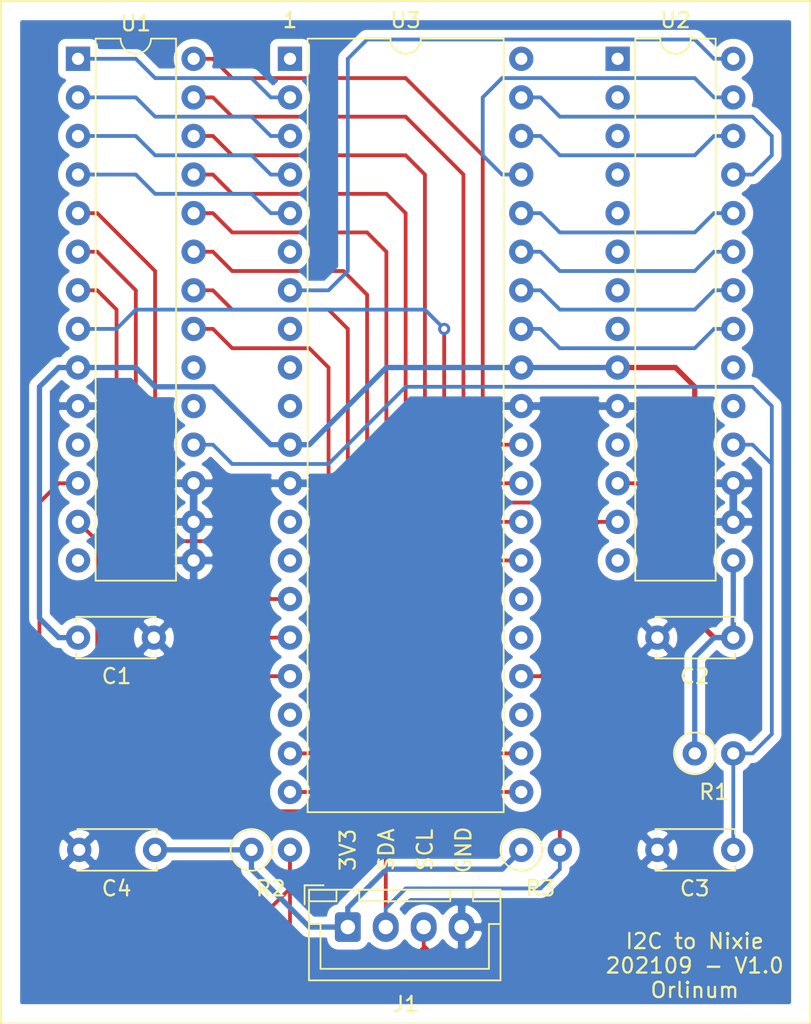
<source format=kicad_pcb>
(kicad_pcb (version 20171130) (host pcbnew 5.1.5+dfsg1-2build2)

  (general
    (thickness 1.6)
    (drawings 10)
    (tracks 243)
    (zones 0)
    (modules 11)
    (nets 31)
  )

  (page A4)
  (title_block
    (title "Adaptateur I2C to Nixie")
    (date 2021-09-06)
    (rev 1)
  )

  (layers
    (0 F.Cu signal)
    (31 B.Cu signal)
    (36 B.SilkS user)
    (37 F.SilkS user)
    (38 B.Mask user)
    (39 F.Mask user)
    (44 Edge.Cuts user)
    (45 Margin user)
    (46 B.CrtYd user)
    (47 F.CrtYd user)
    (48 B.Fab user)
    (49 F.Fab user)
  )

  (setup
    (last_trace_width 0.25)
    (trace_clearance 0.2)
    (zone_clearance 0.508)
    (zone_45_only no)
    (trace_min 0.2)
    (via_size 0.8)
    (via_drill 0.4)
    (via_min_size 0.4)
    (via_min_drill 0.3)
    (uvia_size 0.3)
    (uvia_drill 0.1)
    (uvias_allowed no)
    (uvia_min_size 0.2)
    (uvia_min_drill 0.1)
    (edge_width 0.05)
    (segment_width 0.2)
    (pcb_text_width 0.3)
    (pcb_text_size 1.5 1.5)
    (mod_edge_width 0.12)
    (mod_text_size 1 1)
    (mod_text_width 0.15)
    (pad_size 1.7 1.95)
    (pad_drill 0.95)
    (pad_to_mask_clearance 0.051)
    (solder_mask_min_width 0.25)
    (aux_axis_origin 0 0)
    (grid_origin 213.36 91.44)
    (visible_elements FFFFFF7F)
    (pcbplotparams
      (layerselection 0x010f0_ffffffff)
      (usegerberextensions false)
      (usegerberattributes false)
      (usegerberadvancedattributes false)
      (creategerberjobfile false)
      (excludeedgelayer true)
      (linewidth 0.100000)
      (plotframeref false)
      (viasonmask true)
      (mode 1)
      (useauxorigin false)
      (hpglpennumber 1)
      (hpglpenspeed 20)
      (hpglpendiameter 15.000000)
      (psnegative false)
      (psa4output false)
      (plotreference true)
      (plotvalue true)
      (plotinvisibletext false)
      (padsonsilk false)
      (subtractmaskfromsilk false)
      (outputformat 1)
      (mirror false)
      (drillshape 0)
      (scaleselection 1)
      (outputdirectory ""))
  )

  (net 0 "")
  (net 1 GND)
  (net 2 +5V)
  (net 3 /RST)
  (net 4 /SCK)
  (net 5 /SDA)
  (net 6 /LA2)
  (net 7 /S_D2)
  (net 8 /S_D1)
  (net 9 /S_D0)
  (net 10 /S_U3)
  (net 11 /S_U2)
  (net 12 /S_U1)
  (net 13 /LA1)
  (net 14 /S_U0)
  (net 15 /M_D2)
  (net 16 /M_D1)
  (net 17 /M_D0)
  (net 18 /M_U3)
  (net 19 /M_U2)
  (net 20 /M_U1)
  (net 21 /M_U0)
  (net 22 /LED)
  (net 23 /H_D1)
  (net 24 /H_D0)
  (net 25 /H_U3)
  (net 26 /H_U2)
  (net 27 /H_U1)
  (net 28 /H_U0)
  (net 29 /H_D2)
  (net 30 +3V3)

  (net_class Default "Ceci est la Netclass par défaut."
    (clearance 0.2)
    (trace_width 0.25)
    (via_dia 0.8)
    (via_drill 0.4)
    (uvia_dia 0.3)
    (uvia_drill 0.1)
    (add_net /H_D0)
    (add_net /H_D1)
    (add_net /H_D2)
    (add_net /H_U0)
    (add_net /H_U1)
    (add_net /H_U2)
    (add_net /H_U3)
    (add_net /LA1)
    (add_net /LA2)
    (add_net /LED)
    (add_net /M_D0)
    (add_net /M_D1)
    (add_net /M_D2)
    (add_net /M_U0)
    (add_net /M_U1)
    (add_net /M_U2)
    (add_net /M_U3)
    (add_net /RST)
    (add_net /SCK)
    (add_net /SDA)
    (add_net /S_D0)
    (add_net /S_D1)
    (add_net /S_D2)
    (add_net /S_U0)
    (add_net /S_U1)
    (add_net /S_U2)
    (add_net /S_U3)
  )

  (net_class ALIM ""
    (clearance 0.2)
    (trace_width 0.35)
    (via_dia 1)
    (via_drill 0.4)
    (uvia_dia 0.3)
    (uvia_drill 0.1)
    (add_net +3V3)
    (add_net +5V)
    (add_net GND)
  )

  (module Capacitor_THT:C_Disc_D5.0mm_W2.5mm_P5.00mm (layer F.Cu) (tedit 5AE50EF0) (tstamp 61355192)
    (at 196.85 125.73 180)
    (descr "C, Disc series, Radial, pin pitch=5.00mm, , diameter*width=5*2.5mm^2, Capacitor, http://cdn-reichelt.de/documents/datenblatt/B300/DS_KERKO_TC.pdf")
    (tags "C Disc series Radial pin pitch 5.00mm  diameter 5mm width 2.5mm Capacitor")
    (path /613A679A)
    (fp_text reference C4 (at 2.54 -2.54) (layer F.SilkS)
      (effects (font (size 1 1) (thickness 0.15)))
    )
    (fp_text value 100nf (at 2.54 2.54) (layer F.Fab)
      (effects (font (size 1 1) (thickness 0.15)))
    )
    (fp_text user %R (at 2.54 0) (layer F.Fab)
      (effects (font (size 1 1) (thickness 0.15)))
    )
    (fp_line (start 6.05 -1.5) (end -1.05 -1.5) (layer F.CrtYd) (width 0.05))
    (fp_line (start 6.05 1.5) (end 6.05 -1.5) (layer F.CrtYd) (width 0.05))
    (fp_line (start -1.05 1.5) (end 6.05 1.5) (layer F.CrtYd) (width 0.05))
    (fp_line (start -1.05 -1.5) (end -1.05 1.5) (layer F.CrtYd) (width 0.05))
    (fp_line (start 5.12 1.055) (end 5.12 1.37) (layer F.SilkS) (width 0.12))
    (fp_line (start 5.12 -1.37) (end 5.12 -1.055) (layer F.SilkS) (width 0.12))
    (fp_line (start -0.12 1.055) (end -0.12 1.37) (layer F.SilkS) (width 0.12))
    (fp_line (start -0.12 -1.37) (end -0.12 -1.055) (layer F.SilkS) (width 0.12))
    (fp_line (start -0.12 1.37) (end 5.12 1.37) (layer F.SilkS) (width 0.12))
    (fp_line (start -0.12 -1.37) (end 5.12 -1.37) (layer F.SilkS) (width 0.12))
    (fp_line (start 5 -1.25) (end 0 -1.25) (layer F.Fab) (width 0.1))
    (fp_line (start 5 1.25) (end 5 -1.25) (layer F.Fab) (width 0.1))
    (fp_line (start 0 1.25) (end 5 1.25) (layer F.Fab) (width 0.1))
    (fp_line (start 0 -1.25) (end 0 1.25) (layer F.Fab) (width 0.1))
    (pad 2 thru_hole circle (at 5 0 180) (size 1.6 1.6) (drill 0.8) (layers *.Cu *.Mask)
      (net 1 GND))
    (pad 1 thru_hole circle (at 0 0 180) (size 1.6 1.6) (drill 0.8) (layers *.Cu *.Mask)
      (net 30 +3V3))
    (model ${KISYS3DMOD}/Capacitor_THT.3dshapes/C_Disc_D5.0mm_W2.5mm_P5.00mm.wrl
      (at (xyz 0 0 0))
      (scale (xyz 1 1 1))
      (rotate (xyz 0 0 0))
    )
  )

  (module Connector_JST:JST_XH_B4B-XH-A_1x04_P2.50mm_Vertical (layer F.Cu) (tedit 5C28146C) (tstamp 61354952)
    (at 209.55 130.81)
    (descr "JST XH series connector, B4B-XH-A (http://www.jst-mfg.com/product/pdf/eng/eXH.pdf), generated with kicad-footprint-generator")
    (tags "connector JST XH vertical")
    (path /61459EBF)
    (fp_text reference J1 (at 3.81 5.08) (layer F.SilkS)
      (effects (font (size 1 1) (thickness 0.15)))
    )
    (fp_text value Conn_01x04 (at 11.43 5.08) (layer F.Fab)
      (effects (font (size 1 1) (thickness 0.15)))
    )
    (fp_text user %R (at 11.43 2.7) (layer F.Fab)
      (effects (font (size 1 1) (thickness 0.15)))
    )
    (fp_line (start -2.85 -2.75) (end -2.85 -1.5) (layer F.SilkS) (width 0.12))
    (fp_line (start -1.6 -2.75) (end -2.85 -2.75) (layer F.SilkS) (width 0.12))
    (fp_line (start 9.3 2.75) (end 3.75 2.75) (layer F.SilkS) (width 0.12))
    (fp_line (start 9.3 -0.2) (end 9.3 2.75) (layer F.SilkS) (width 0.12))
    (fp_line (start 10.05 -0.2) (end 9.3 -0.2) (layer F.SilkS) (width 0.12))
    (fp_line (start -1.8 2.75) (end 3.75 2.75) (layer F.SilkS) (width 0.12))
    (fp_line (start -1.8 -0.2) (end -1.8 2.75) (layer F.SilkS) (width 0.12))
    (fp_line (start -2.55 -0.2) (end -1.8 -0.2) (layer F.SilkS) (width 0.12))
    (fp_line (start 10.05 -2.45) (end 8.25 -2.45) (layer F.SilkS) (width 0.12))
    (fp_line (start 10.05 -1.7) (end 10.05 -2.45) (layer F.SilkS) (width 0.12))
    (fp_line (start 8.25 -1.7) (end 10.05 -1.7) (layer F.SilkS) (width 0.12))
    (fp_line (start 8.25 -2.45) (end 8.25 -1.7) (layer F.SilkS) (width 0.12))
    (fp_line (start -0.75 -2.45) (end -2.55 -2.45) (layer F.SilkS) (width 0.12))
    (fp_line (start -0.75 -1.7) (end -0.75 -2.45) (layer F.SilkS) (width 0.12))
    (fp_line (start -2.55 -1.7) (end -0.75 -1.7) (layer F.SilkS) (width 0.12))
    (fp_line (start -2.55 -2.45) (end -2.55 -1.7) (layer F.SilkS) (width 0.12))
    (fp_line (start 6.75 -2.45) (end 0.75 -2.45) (layer F.SilkS) (width 0.12))
    (fp_line (start 6.75 -1.7) (end 6.75 -2.45) (layer F.SilkS) (width 0.12))
    (fp_line (start 0.75 -1.7) (end 6.75 -1.7) (layer F.SilkS) (width 0.12))
    (fp_line (start 0.75 -2.45) (end 0.75 -1.7) (layer F.SilkS) (width 0.12))
    (fp_line (start 0 -1.35) (end 0.625 -2.35) (layer F.Fab) (width 0.1))
    (fp_line (start -0.625 -2.35) (end 0 -1.35) (layer F.Fab) (width 0.1))
    (fp_line (start 10.45 -2.85) (end -2.95 -2.85) (layer F.CrtYd) (width 0.05))
    (fp_line (start 10.45 3.9) (end 10.45 -2.85) (layer F.CrtYd) (width 0.05))
    (fp_line (start -2.95 3.9) (end 10.45 3.9) (layer F.CrtYd) (width 0.05))
    (fp_line (start -2.95 -2.85) (end -2.95 3.9) (layer F.CrtYd) (width 0.05))
    (fp_line (start 10.06 -2.46) (end -2.56 -2.46) (layer F.SilkS) (width 0.12))
    (fp_line (start 10.06 3.51) (end 10.06 -2.46) (layer F.SilkS) (width 0.12))
    (fp_line (start -2.56 3.51) (end 10.06 3.51) (layer F.SilkS) (width 0.12))
    (fp_line (start -2.56 -2.46) (end -2.56 3.51) (layer F.SilkS) (width 0.12))
    (fp_line (start 9.95 -2.35) (end -2.45 -2.35) (layer F.Fab) (width 0.1))
    (fp_line (start 9.95 3.4) (end 9.95 -2.35) (layer F.Fab) (width 0.1))
    (fp_line (start -2.45 3.4) (end 9.95 3.4) (layer F.Fab) (width 0.1))
    (fp_line (start -2.45 -2.35) (end -2.45 3.4) (layer F.Fab) (width 0.1))
    (pad 4 thru_hole oval (at 7.5 0) (size 1.7 1.95) (drill 0.95) (layers *.Cu *.Mask)
      (net 1 GND))
    (pad 3 thru_hole oval (at 5 0) (size 1.7 1.95) (drill 0.95) (layers *.Cu *.Mask)
      (net 4 /SCK))
    (pad 2 thru_hole oval (at 2.5 0) (size 1.7 1.95) (drill 0.95) (layers *.Cu *.Mask)
      (net 5 /SDA))
    (pad 1 thru_hole roundrect (at 0 0) (size 1.7 1.95) (drill 0.95) (layers *.Cu *.Mask) (roundrect_rratio 0.147059)
      (net 30 +3V3))
    (model ${KISYS3DMOD}/Connector_JST.3dshapes/JST_XH_B4B-XH-A_1x04_P2.50mm_Vertical.wrl
      (at (xyz 0 0 0))
      (scale (xyz 1 1 1))
      (rotate (xyz 0 0 0))
    )
  )

  (module Package_DIP:DIP-40_W15.24mm (layer F.Cu) (tedit 5A02E8C5) (tstamp 61300390)
    (at 205.74 73.66)
    (descr "40-lead though-hole mounted DIP package, row spacing 15.24 mm (600 mils)")
    (tags "THT DIP DIL PDIP 2.54mm 15.24mm 600mil")
    (path /613826F0)
    (fp_text reference U3 (at 7.62 -2.54) (layer F.SilkS)
      (effects (font (size 1 1) (thickness 0.15)))
    )
    (fp_text value PIC18F4420-xP (at 7.62 6.35 90) (layer F.Fab)
      (effects (font (size 1 1) (thickness 0.15)))
    )
    (fp_text user %R (at 7.62 24.13) (layer F.Fab)
      (effects (font (size 1 1) (thickness 0.15)))
    )
    (fp_line (start 16.3 -1.55) (end -1.05 -1.55) (layer F.CrtYd) (width 0.05))
    (fp_line (start 16.3 49.8) (end 16.3 -1.55) (layer F.CrtYd) (width 0.05))
    (fp_line (start -1.05 49.8) (end 16.3 49.8) (layer F.CrtYd) (width 0.05))
    (fp_line (start -1.05 -1.55) (end -1.05 49.8) (layer F.CrtYd) (width 0.05))
    (fp_line (start 14.08 -1.33) (end 8.62 -1.33) (layer F.SilkS) (width 0.12))
    (fp_line (start 14.08 49.59) (end 14.08 -1.33) (layer F.SilkS) (width 0.12))
    (fp_line (start 1.16 49.59) (end 14.08 49.59) (layer F.SilkS) (width 0.12))
    (fp_line (start 1.16 -1.33) (end 1.16 49.59) (layer F.SilkS) (width 0.12))
    (fp_line (start 6.62 -1.33) (end 1.16 -1.33) (layer F.SilkS) (width 0.12))
    (fp_line (start 0.255 -0.27) (end 1.255 -1.27) (layer F.Fab) (width 0.1))
    (fp_line (start 0.255 49.53) (end 0.255 -0.27) (layer F.Fab) (width 0.1))
    (fp_line (start 14.985 49.53) (end 0.255 49.53) (layer F.Fab) (width 0.1))
    (fp_line (start 14.985 -1.27) (end 14.985 49.53) (layer F.Fab) (width 0.1))
    (fp_line (start 1.255 -1.27) (end 14.985 -1.27) (layer F.Fab) (width 0.1))
    (fp_arc (start 7.62 -1.33) (end 6.62 -1.33) (angle -180) (layer F.SilkS) (width 0.12))
    (pad 40 thru_hole oval (at 15.24 0) (size 1.6 1.6) (drill 0.8) (layers *.Cu *.Mask))
    (pad 20 thru_hole oval (at 0 48.26) (size 1.6 1.6) (drill 0.8) (layers *.Cu *.Mask)
      (net 12 /S_U1))
    (pad 39 thru_hole oval (at 15.24 2.54) (size 1.6 1.6) (drill 0.8) (layers *.Cu *.Mask)
      (net 24 /H_D0))
    (pad 19 thru_hole oval (at 0 45.72) (size 1.6 1.6) (drill 0.8) (layers *.Cu *.Mask)
      (net 14 /S_U0))
    (pad 38 thru_hole oval (at 15.24 5.08) (size 1.6 1.6) (drill 0.8) (layers *.Cu *.Mask)
      (net 23 /H_D1))
    (pad 18 thru_hole oval (at 0 43.18) (size 1.6 1.6) (drill 0.8) (layers *.Cu *.Mask))
    (pad 37 thru_hole oval (at 15.24 7.62) (size 1.6 1.6) (drill 0.8) (layers *.Cu *.Mask)
      (net 29 /H_D2))
    (pad 17 thru_hole oval (at 0 40.64) (size 1.6 1.6) (drill 0.8) (layers *.Cu *.Mask)
      (net 15 /M_D2))
    (pad 36 thru_hole oval (at 15.24 10.16) (size 1.6 1.6) (drill 0.8) (layers *.Cu *.Mask)
      (net 25 /H_U3))
    (pad 16 thru_hole oval (at 0 38.1) (size 1.6 1.6) (drill 0.8) (layers *.Cu *.Mask)
      (net 16 /M_D1))
    (pad 35 thru_hole oval (at 15.24 12.7) (size 1.6 1.6) (drill 0.8) (layers *.Cu *.Mask)
      (net 26 /H_U2))
    (pad 15 thru_hole oval (at 0 35.56) (size 1.6 1.6) (drill 0.8) (layers *.Cu *.Mask)
      (net 17 /M_D0))
    (pad 34 thru_hole oval (at 15.24 15.24) (size 1.6 1.6) (drill 0.8) (layers *.Cu *.Mask)
      (net 27 /H_U1))
    (pad 14 thru_hole oval (at 0 33.02) (size 1.6 1.6) (drill 0.8) (layers *.Cu *.Mask))
    (pad 33 thru_hole oval (at 15.24 17.78) (size 1.6 1.6) (drill 0.8) (layers *.Cu *.Mask)
      (net 28 /H_U0))
    (pad 13 thru_hole oval (at 0 30.48) (size 1.6 1.6) (drill 0.8) (layers *.Cu *.Mask))
    (pad 32 thru_hole oval (at 15.24 20.32) (size 1.6 1.6) (drill 0.8) (layers *.Cu *.Mask)
      (net 2 +5V))
    (pad 12 thru_hole oval (at 0 27.94) (size 1.6 1.6) (drill 0.8) (layers *.Cu *.Mask)
      (net 1 GND))
    (pad 31 thru_hole oval (at 15.24 22.86) (size 1.6 1.6) (drill 0.8) (layers *.Cu *.Mask)
      (net 1 GND))
    (pad 11 thru_hole oval (at 0 25.4) (size 1.6 1.6) (drill 0.8) (layers *.Cu *.Mask)
      (net 2 +5V))
    (pad 30 thru_hole oval (at 15.24 25.4) (size 1.6 1.6) (drill 0.8) (layers *.Cu *.Mask)
      (net 6 /LA2))
    (pad 10 thru_hole oval (at 0 22.86) (size 1.6 1.6) (drill 0.8) (layers *.Cu *.Mask))
    (pad 29 thru_hole oval (at 15.24 27.94) (size 1.6 1.6) (drill 0.8) (layers *.Cu *.Mask)
      (net 7 /S_D2))
    (pad 9 thru_hole oval (at 0 20.32) (size 1.6 1.6) (drill 0.8) (layers *.Cu *.Mask))
    (pad 28 thru_hole oval (at 15.24 30.48) (size 1.6 1.6) (drill 0.8) (layers *.Cu *.Mask)
      (net 8 /S_D1))
    (pad 8 thru_hole oval (at 0 17.78) (size 1.6 1.6) (drill 0.8) (layers *.Cu *.Mask))
    (pad 27 thru_hole oval (at 15.24 33.02) (size 1.6 1.6) (drill 0.8) (layers *.Cu *.Mask)
      (net 9 /S_D0))
    (pad 7 thru_hole oval (at 0 15.24) (size 1.6 1.6) (drill 0.8) (layers *.Cu *.Mask)
      (net 22 /LED))
    (pad 26 thru_hole oval (at 15.24 35.56) (size 1.6 1.6) (drill 0.8) (layers *.Cu *.Mask))
    (pad 6 thru_hole oval (at 0 12.7) (size 1.6 1.6) (drill 0.8) (layers *.Cu *.Mask))
    (pad 25 thru_hole oval (at 15.24 38.1) (size 1.6 1.6) (drill 0.8) (layers *.Cu *.Mask))
    (pad 5 thru_hole oval (at 0 10.16) (size 1.6 1.6) (drill 0.8) (layers *.Cu *.Mask)
      (net 18 /M_U3))
    (pad 24 thru_hole oval (at 15.24 40.64) (size 1.6 1.6) (drill 0.8) (layers *.Cu *.Mask)
      (net 13 /LA1))
    (pad 4 thru_hole oval (at 0 7.62) (size 1.6 1.6) (drill 0.8) (layers *.Cu *.Mask)
      (net 19 /M_U2))
    (pad 23 thru_hole oval (at 15.24 43.18) (size 1.6 1.6) (drill 0.8) (layers *.Cu *.Mask))
    (pad 3 thru_hole oval (at 0 5.08) (size 1.6 1.6) (drill 0.8) (layers *.Cu *.Mask)
      (net 20 /M_U1))
    (pad 22 thru_hole oval (at 15.24 45.72) (size 1.6 1.6) (drill 0.8) (layers *.Cu *.Mask)
      (net 10 /S_U3))
    (pad 2 thru_hole oval (at 0 2.54) (size 1.6 1.6) (drill 0.8) (layers *.Cu *.Mask)
      (net 21 /M_U0))
    (pad 21 thru_hole oval (at 15.24 48.26) (size 1.6 1.6) (drill 0.8) (layers *.Cu *.Mask)
      (net 11 /S_U2))
    (pad 1 thru_hole rect (at 0 0) (size 1.6 1.6) (drill 0.8) (layers *.Cu *.Mask))
    (model ${KISYS3DMOD}/Package_DIP.3dshapes/DIP-40_W15.24mm.wrl
      (at (xyz 0 0 0))
      (scale (xyz 1 1 1))
      (rotate (xyz 0 0 0))
    )
  )

  (module Package_DIP:DIP-28_W7.62mm (layer F.Cu) (tedit 5A02E8C5) (tstamp 61300354)
    (at 227.33 73.66)
    (descr "28-lead though-hole mounted DIP package, row spacing 7.62 mm (300 mils)")
    (tags "THT DIP DIL PDIP 2.54mm 7.62mm 300mil")
    (path /612FD6F3)
    (fp_text reference U2 (at 3.81 -2.54) (layer F.SilkS)
      (effects (font (size 1 1) (thickness 0.15)))
    )
    (fp_text value MCP23017_SP (at 3.81 6.35 90) (layer F.Fab)
      (effects (font (size 1 1) (thickness 0.15)))
    )
    (fp_text user %R (at 3.81 16.51) (layer F.Fab)
      (effects (font (size 1 1) (thickness 0.15)))
    )
    (fp_line (start 8.7 -1.55) (end -1.1 -1.55) (layer F.CrtYd) (width 0.05))
    (fp_line (start 8.7 34.55) (end 8.7 -1.55) (layer F.CrtYd) (width 0.05))
    (fp_line (start -1.1 34.55) (end 8.7 34.55) (layer F.CrtYd) (width 0.05))
    (fp_line (start -1.1 -1.55) (end -1.1 34.55) (layer F.CrtYd) (width 0.05))
    (fp_line (start 6.46 -1.33) (end 4.81 -1.33) (layer F.SilkS) (width 0.12))
    (fp_line (start 6.46 34.35) (end 6.46 -1.33) (layer F.SilkS) (width 0.12))
    (fp_line (start 1.16 34.35) (end 6.46 34.35) (layer F.SilkS) (width 0.12))
    (fp_line (start 1.16 -1.33) (end 1.16 34.35) (layer F.SilkS) (width 0.12))
    (fp_line (start 2.81 -1.33) (end 1.16 -1.33) (layer F.SilkS) (width 0.12))
    (fp_line (start 0.635 -0.27) (end 1.635 -1.27) (layer F.Fab) (width 0.1))
    (fp_line (start 0.635 34.29) (end 0.635 -0.27) (layer F.Fab) (width 0.1))
    (fp_line (start 6.985 34.29) (end 0.635 34.29) (layer F.Fab) (width 0.1))
    (fp_line (start 6.985 -1.27) (end 6.985 34.29) (layer F.Fab) (width 0.1))
    (fp_line (start 1.635 -1.27) (end 6.985 -1.27) (layer F.Fab) (width 0.1))
    (fp_arc (start 3.81 -1.33) (end 2.81 -1.33) (angle -180) (layer F.SilkS) (width 0.12))
    (pad 28 thru_hole oval (at 7.62 0) (size 1.6 1.6) (drill 0.8) (layers *.Cu *.Mask)
      (net 22 /LED))
    (pad 14 thru_hole oval (at 0 33.02) (size 1.6 1.6) (drill 0.8) (layers *.Cu *.Mask))
    (pad 27 thru_hole oval (at 7.62 2.54) (size 1.6 1.6) (drill 0.8) (layers *.Cu *.Mask)
      (net 29 /H_D2))
    (pad 13 thru_hole oval (at 0 30.48) (size 1.6 1.6) (drill 0.8) (layers *.Cu *.Mask)
      (net 5 /SDA))
    (pad 26 thru_hole oval (at 7.62 5.08) (size 1.6 1.6) (drill 0.8) (layers *.Cu *.Mask)
      (net 23 /H_D1))
    (pad 12 thru_hole oval (at 0 27.94) (size 1.6 1.6) (drill 0.8) (layers *.Cu *.Mask)
      (net 4 /SCK))
    (pad 25 thru_hole oval (at 7.62 7.62) (size 1.6 1.6) (drill 0.8) (layers *.Cu *.Mask)
      (net 24 /H_D0))
    (pad 11 thru_hole oval (at 0 25.4) (size 1.6 1.6) (drill 0.8) (layers *.Cu *.Mask))
    (pad 24 thru_hole oval (at 7.62 10.16) (size 1.6 1.6) (drill 0.8) (layers *.Cu *.Mask)
      (net 25 /H_U3))
    (pad 10 thru_hole oval (at 0 22.86) (size 1.6 1.6) (drill 0.8) (layers *.Cu *.Mask)
      (net 1 GND))
    (pad 23 thru_hole oval (at 7.62 12.7) (size 1.6 1.6) (drill 0.8) (layers *.Cu *.Mask)
      (net 26 /H_U2))
    (pad 9 thru_hole oval (at 0 20.32) (size 1.6 1.6) (drill 0.8) (layers *.Cu *.Mask)
      (net 2 +5V))
    (pad 22 thru_hole oval (at 7.62 15.24) (size 1.6 1.6) (drill 0.8) (layers *.Cu *.Mask)
      (net 27 /H_U1))
    (pad 8 thru_hole oval (at 0 17.78) (size 1.6 1.6) (drill 0.8) (layers *.Cu *.Mask))
    (pad 21 thru_hole oval (at 7.62 17.78) (size 1.6 1.6) (drill 0.8) (layers *.Cu *.Mask)
      (net 28 /H_U0))
    (pad 7 thru_hole oval (at 0 15.24) (size 1.6 1.6) (drill 0.8) (layers *.Cu *.Mask))
    (pad 20 thru_hole oval (at 7.62 20.32) (size 1.6 1.6) (drill 0.8) (layers *.Cu *.Mask))
    (pad 6 thru_hole oval (at 0 12.7) (size 1.6 1.6) (drill 0.8) (layers *.Cu *.Mask))
    (pad 19 thru_hole oval (at 7.62 22.86) (size 1.6 1.6) (drill 0.8) (layers *.Cu *.Mask))
    (pad 5 thru_hole oval (at 0 10.16) (size 1.6 1.6) (drill 0.8) (layers *.Cu *.Mask))
    (pad 18 thru_hole oval (at 7.62 25.4) (size 1.6 1.6) (drill 0.8) (layers *.Cu *.Mask)
      (net 3 /RST))
    (pad 4 thru_hole oval (at 0 7.62) (size 1.6 1.6) (drill 0.8) (layers *.Cu *.Mask))
    (pad 17 thru_hole oval (at 7.62 27.94) (size 1.6 1.6) (drill 0.8) (layers *.Cu *.Mask)
      (net 1 GND))
    (pad 3 thru_hole oval (at 0 5.08) (size 1.6 1.6) (drill 0.8) (layers *.Cu *.Mask))
    (pad 16 thru_hole oval (at 7.62 30.48) (size 1.6 1.6) (drill 0.8) (layers *.Cu *.Mask)
      (net 1 GND))
    (pad 2 thru_hole oval (at 0 2.54) (size 1.6 1.6) (drill 0.8) (layers *.Cu *.Mask))
    (pad 15 thru_hole oval (at 7.62 33.02) (size 1.6 1.6) (drill 0.8) (layers *.Cu *.Mask)
      (net 2 +5V))
    (pad 1 thru_hole rect (at 0 0) (size 1.6 1.6) (drill 0.8) (layers *.Cu *.Mask))
    (model ${KISYS3DMOD}/Package_DIP.3dshapes/DIP-28_W7.62mm.wrl
      (at (xyz 0 0 0))
      (scale (xyz 1 1 1))
      (rotate (xyz 0 0 0))
    )
  )

  (module Package_DIP:DIP-28_W7.62mm (layer F.Cu) (tedit 5A02E8C5) (tstamp 61351B8F)
    (at 191.77 73.66)
    (descr "28-lead though-hole mounted DIP package, row spacing 7.62 mm (300 mils)")
    (tags "THT DIP DIL PDIP 2.54mm 7.62mm 300mil")
    (path /612FC980)
    (fp_text reference U1 (at 3.81 -2.33) (layer F.SilkS)
      (effects (font (size 1 1) (thickness 0.15)))
    )
    (fp_text value MCP23017_SP (at 3.81 6.35 90) (layer F.Fab)
      (effects (font (size 1 1) (thickness 0.15)))
    )
    (fp_text user %R (at 3.81 16.51) (layer F.Fab)
      (effects (font (size 1 1) (thickness 0.15)))
    )
    (fp_line (start 8.7 -1.55) (end -1.1 -1.55) (layer F.CrtYd) (width 0.05))
    (fp_line (start 8.7 34.55) (end 8.7 -1.55) (layer F.CrtYd) (width 0.05))
    (fp_line (start -1.1 34.55) (end 8.7 34.55) (layer F.CrtYd) (width 0.05))
    (fp_line (start -1.1 -1.55) (end -1.1 34.55) (layer F.CrtYd) (width 0.05))
    (fp_line (start 6.46 -1.33) (end 4.81 -1.33) (layer F.SilkS) (width 0.12))
    (fp_line (start 6.46 34.35) (end 6.46 -1.33) (layer F.SilkS) (width 0.12))
    (fp_line (start 1.16 34.35) (end 6.46 34.35) (layer F.SilkS) (width 0.12))
    (fp_line (start 1.16 -1.33) (end 1.16 34.35) (layer F.SilkS) (width 0.12))
    (fp_line (start 2.81 -1.33) (end 1.16 -1.33) (layer F.SilkS) (width 0.12))
    (fp_line (start 0.635 -0.27) (end 1.635 -1.27) (layer F.Fab) (width 0.1))
    (fp_line (start 0.635 34.29) (end 0.635 -0.27) (layer F.Fab) (width 0.1))
    (fp_line (start 6.985 34.29) (end 0.635 34.29) (layer F.Fab) (width 0.1))
    (fp_line (start 6.985 -1.27) (end 6.985 34.29) (layer F.Fab) (width 0.1))
    (fp_line (start 1.635 -1.27) (end 6.985 -1.27) (layer F.Fab) (width 0.1))
    (fp_arc (start 3.81 -1.33) (end 2.81 -1.33) (angle -180) (layer F.SilkS) (width 0.12))
    (pad 28 thru_hole oval (at 7.62 0) (size 1.6 1.6) (drill 0.8) (layers *.Cu *.Mask)
      (net 6 /LA2))
    (pad 14 thru_hole oval (at 0 33.02) (size 1.6 1.6) (drill 0.8) (layers *.Cu *.Mask))
    (pad 27 thru_hole oval (at 7.62 2.54) (size 1.6 1.6) (drill 0.8) (layers *.Cu *.Mask)
      (net 7 /S_D2))
    (pad 13 thru_hole oval (at 0 30.48) (size 1.6 1.6) (drill 0.8) (layers *.Cu *.Mask)
      (net 5 /SDA))
    (pad 26 thru_hole oval (at 7.62 5.08) (size 1.6 1.6) (drill 0.8) (layers *.Cu *.Mask)
      (net 8 /S_D1))
    (pad 12 thru_hole oval (at 0 27.94) (size 1.6 1.6) (drill 0.8) (layers *.Cu *.Mask)
      (net 4 /SCK))
    (pad 25 thru_hole oval (at 7.62 7.62) (size 1.6 1.6) (drill 0.8) (layers *.Cu *.Mask)
      (net 9 /S_D0))
    (pad 11 thru_hole oval (at 0 25.4) (size 1.6 1.6) (drill 0.8) (layers *.Cu *.Mask))
    (pad 24 thru_hole oval (at 7.62 10.16) (size 1.6 1.6) (drill 0.8) (layers *.Cu *.Mask)
      (net 10 /S_U3))
    (pad 10 thru_hole oval (at 0 22.86) (size 1.6 1.6) (drill 0.8) (layers *.Cu *.Mask)
      (net 1 GND))
    (pad 23 thru_hole oval (at 7.62 12.7) (size 1.6 1.6) (drill 0.8) (layers *.Cu *.Mask)
      (net 11 /S_U2))
    (pad 9 thru_hole oval (at 0 20.32) (size 1.6 1.6) (drill 0.8) (layers *.Cu *.Mask)
      (net 2 +5V))
    (pad 22 thru_hole oval (at 7.62 15.24) (size 1.6 1.6) (drill 0.8) (layers *.Cu *.Mask)
      (net 12 /S_U1))
    (pad 8 thru_hole oval (at 0 17.78) (size 1.6 1.6) (drill 0.8) (layers *.Cu *.Mask)
      (net 13 /LA1))
    (pad 21 thru_hole oval (at 7.62 17.78) (size 1.6 1.6) (drill 0.8) (layers *.Cu *.Mask)
      (net 14 /S_U0))
    (pad 7 thru_hole oval (at 0 15.24) (size 1.6 1.6) (drill 0.8) (layers *.Cu *.Mask)
      (net 15 /M_D2))
    (pad 20 thru_hole oval (at 7.62 20.32) (size 1.6 1.6) (drill 0.8) (layers *.Cu *.Mask))
    (pad 6 thru_hole oval (at 0 12.7) (size 1.6 1.6) (drill 0.8) (layers *.Cu *.Mask)
      (net 16 /M_D1))
    (pad 19 thru_hole oval (at 7.62 22.86) (size 1.6 1.6) (drill 0.8) (layers *.Cu *.Mask))
    (pad 5 thru_hole oval (at 0 10.16) (size 1.6 1.6) (drill 0.8) (layers *.Cu *.Mask)
      (net 17 /M_D0))
    (pad 18 thru_hole oval (at 7.62 25.4) (size 1.6 1.6) (drill 0.8) (layers *.Cu *.Mask)
      (net 3 /RST))
    (pad 4 thru_hole oval (at 0 7.62) (size 1.6 1.6) (drill 0.8) (layers *.Cu *.Mask)
      (net 18 /M_U3))
    (pad 17 thru_hole oval (at 7.62 27.94) (size 1.6 1.6) (drill 0.8) (layers *.Cu *.Mask)
      (net 1 GND))
    (pad 3 thru_hole oval (at 0 5.08) (size 1.6 1.6) (drill 0.8) (layers *.Cu *.Mask)
      (net 19 /M_U2))
    (pad 16 thru_hole oval (at 7.62 30.48) (size 1.6 1.6) (drill 0.8) (layers *.Cu *.Mask)
      (net 1 GND))
    (pad 2 thru_hole oval (at 0 2.54) (size 1.6 1.6) (drill 0.8) (layers *.Cu *.Mask)
      (net 20 /M_U1))
    (pad 15 thru_hole oval (at 7.62 33.02) (size 1.6 1.6) (drill 0.8) (layers *.Cu *.Mask)
      (net 1 GND))
    (pad 1 thru_hole rect (at 0 0) (size 1.6 1.6) (drill 0.8) (layers *.Cu *.Mask)
      (net 21 /M_U0))
    (model ${KISYS3DMOD}/Package_DIP.3dshapes/DIP-28_W7.62mm.wrl
      (at (xyz 0 0 0))
      (scale (xyz 1 1 1))
      (rotate (xyz 0 0 0))
    )
  )

  (module Resistor_THT:R_Axial_DIN0207_L6.3mm_D2.5mm_P2.54mm_Vertical (layer F.Cu) (tedit 5AE5139B) (tstamp 613002F4)
    (at 220.98 125.73)
    (descr "Resistor, Axial_DIN0207 series, Axial, Vertical, pin pitch=2.54mm, 0.25W = 1/4W, length*diameter=6.3*2.5mm^2, http://cdn-reichelt.de/documents/datenblatt/B400/1_4W%23YAG.pdf")
    (tags "Resistor Axial_DIN0207 series Axial Vertical pin pitch 2.54mm 0.25W = 1/4W length 6.3mm diameter 2.5mm")
    (path /6145A5D8)
    (fp_text reference R3 (at 1.27 2.54) (layer F.SilkS)
      (effects (font (size 1 1) (thickness 0.15)))
    )
    (fp_text value 10k (at 5.08 -1.27) (layer F.Fab)
      (effects (font (size 1 1) (thickness 0.15)))
    )
    (fp_text user %R (at 5.08 1.27) (layer F.Fab)
      (effects (font (size 1 1) (thickness 0.15)))
    )
    (fp_line (start 3.59 -1.5) (end -1.5 -1.5) (layer F.CrtYd) (width 0.05))
    (fp_line (start 3.59 1.5) (end 3.59 -1.5) (layer F.CrtYd) (width 0.05))
    (fp_line (start -1.5 1.5) (end 3.59 1.5) (layer F.CrtYd) (width 0.05))
    (fp_line (start -1.5 -1.5) (end -1.5 1.5) (layer F.CrtYd) (width 0.05))
    (fp_line (start 1.37 0) (end 1.44 0) (layer F.SilkS) (width 0.12))
    (fp_line (start 0 0) (end 2.54 0) (layer F.Fab) (width 0.1))
    (fp_circle (center 0 0) (end 1.37 0) (layer F.SilkS) (width 0.12))
    (fp_circle (center 0 0) (end 1.25 0) (layer F.Fab) (width 0.1))
    (pad 2 thru_hole oval (at 2.54 0) (size 1.6 1.6) (drill 0.8) (layers *.Cu *.Mask)
      (net 5 /SDA))
    (pad 1 thru_hole circle (at 0 0) (size 1.6 1.6) (drill 0.8) (layers *.Cu *.Mask)
      (net 30 +3V3))
    (model ${KISYS3DMOD}/Resistor_THT.3dshapes/R_Axial_DIN0207_L6.3mm_D2.5mm_P2.54mm_Vertical.wrl
      (at (xyz 0 0 0))
      (scale (xyz 1 1 1))
      (rotate (xyz 0 0 0))
    )
  )

  (module Resistor_THT:R_Axial_DIN0207_L6.3mm_D2.5mm_P2.54mm_Vertical (layer F.Cu) (tedit 5AE5139B) (tstamp 613002E5)
    (at 203.2 125.73)
    (descr "Resistor, Axial_DIN0207 series, Axial, Vertical, pin pitch=2.54mm, 0.25W = 1/4W, length*diameter=6.3*2.5mm^2, http://cdn-reichelt.de/documents/datenblatt/B400/1_4W%23YAG.pdf")
    (tags "Resistor Axial_DIN0207 series Axial Vertical pin pitch 2.54mm 0.25W = 1/4W length 6.3mm diameter 2.5mm")
    (path /6145AF26)
    (fp_text reference R2 (at 1.27 2.54) (layer F.SilkS)
      (effects (font (size 1 1) (thickness 0.15)))
    )
    (fp_text value 10k (at -2.54 0) (layer F.Fab)
      (effects (font (size 1 1) (thickness 0.15)))
    )
    (fp_text user %R (at -2.54 -1.27) (layer F.Fab)
      (effects (font (size 1 1) (thickness 0.15)))
    )
    (fp_line (start 3.59 -1.5) (end -1.5 -1.5) (layer F.CrtYd) (width 0.05))
    (fp_line (start 3.59 1.5) (end 3.59 -1.5) (layer F.CrtYd) (width 0.05))
    (fp_line (start -1.5 1.5) (end 3.59 1.5) (layer F.CrtYd) (width 0.05))
    (fp_line (start -1.5 -1.5) (end -1.5 1.5) (layer F.CrtYd) (width 0.05))
    (fp_line (start 1.37 0) (end 1.44 0) (layer F.SilkS) (width 0.12))
    (fp_line (start 0 0) (end 2.54 0) (layer F.Fab) (width 0.1))
    (fp_circle (center 0 0) (end 1.37 0) (layer F.SilkS) (width 0.12))
    (fp_circle (center 0 0) (end 1.25 0) (layer F.Fab) (width 0.1))
    (pad 2 thru_hole oval (at 2.54 0) (size 1.6 1.6) (drill 0.8) (layers *.Cu *.Mask)
      (net 4 /SCK))
    (pad 1 thru_hole circle (at 0 0) (size 1.6 1.6) (drill 0.8) (layers *.Cu *.Mask)
      (net 30 +3V3))
    (model ${KISYS3DMOD}/Resistor_THT.3dshapes/R_Axial_DIN0207_L6.3mm_D2.5mm_P2.54mm_Vertical.wrl
      (at (xyz 0 0 0))
      (scale (xyz 1 1 1))
      (rotate (xyz 0 0 0))
    )
  )

  (module Resistor_THT:R_Axial_DIN0207_L6.3mm_D2.5mm_P2.54mm_Vertical (layer F.Cu) (tedit 5AE5139B) (tstamp 613002D6)
    (at 232.41 119.38)
    (descr "Resistor, Axial_DIN0207 series, Axial, Vertical, pin pitch=2.54mm, 0.25W = 1/4W, length*diameter=6.3*2.5mm^2, http://cdn-reichelt.de/documents/datenblatt/B400/1_4W%23YAG.pdf")
    (tags "Resistor Axial_DIN0207 series Axial Vertical pin pitch 2.54mm 0.25W = 1/4W length 6.3mm diameter 2.5mm")
    (path /61325BD4)
    (fp_text reference R1 (at 1.27 2.54) (layer F.SilkS)
      (effects (font (size 1 1) (thickness 0.15)))
    )
    (fp_text value 10k (at 3.81 -2.54) (layer F.Fab)
      (effects (font (size 1 1) (thickness 0.15)))
    )
    (fp_text user %R (at -1.27 -2.54) (layer F.Fab)
      (effects (font (size 1 1) (thickness 0.15)))
    )
    (fp_line (start 3.59 -1.5) (end -1.5 -1.5) (layer F.CrtYd) (width 0.05))
    (fp_line (start 3.59 1.5) (end 3.59 -1.5) (layer F.CrtYd) (width 0.05))
    (fp_line (start -1.5 1.5) (end 3.59 1.5) (layer F.CrtYd) (width 0.05))
    (fp_line (start -1.5 -1.5) (end -1.5 1.5) (layer F.CrtYd) (width 0.05))
    (fp_line (start 1.37 0) (end 1.44 0) (layer F.SilkS) (width 0.12))
    (fp_line (start 0 0) (end 2.54 0) (layer F.Fab) (width 0.1))
    (fp_circle (center 0 0) (end 1.37 0) (layer F.SilkS) (width 0.12))
    (fp_circle (center 0 0) (end 1.25 0) (layer F.Fab) (width 0.1))
    (pad 2 thru_hole oval (at 2.54 0) (size 1.6 1.6) (drill 0.8) (layers *.Cu *.Mask)
      (net 3 /RST))
    (pad 1 thru_hole circle (at 0 0) (size 1.6 1.6) (drill 0.8) (layers *.Cu *.Mask)
      (net 2 +5V))
    (model ${KISYS3DMOD}/Resistor_THT.3dshapes/R_Axial_DIN0207_L6.3mm_D2.5mm_P2.54mm_Vertical.wrl
      (at (xyz 0 0 0))
      (scale (xyz 1 1 1))
      (rotate (xyz 0 0 0))
    )
  )

  (module Capacitor_THT:C_Disc_D5.0mm_W2.5mm_P5.00mm (layer F.Cu) (tedit 5AE50EF0) (tstamp 61300230)
    (at 234.95 125.73 180)
    (descr "C, Disc series, Radial, pin pitch=5.00mm, , diameter*width=5*2.5mm^2, Capacitor, http://cdn-reichelt.de/documents/datenblatt/B300/DS_KERKO_TC.pdf")
    (tags "C Disc series Radial pin pitch 5.00mm  diameter 5mm width 2.5mm Capacitor")
    (path /6132552D)
    (fp_text reference C3 (at 2.54 -2.54) (layer F.SilkS)
      (effects (font (size 1 1) (thickness 0.15)))
    )
    (fp_text value 100nf (at 2.54 2.54) (layer F.Fab)
      (effects (font (size 1 1) (thickness 0.15)))
    )
    (fp_text user %R (at 2.54 0) (layer F.Fab)
      (effects (font (size 1 1) (thickness 0.15)))
    )
    (fp_line (start 6.05 -1.5) (end -1.05 -1.5) (layer F.CrtYd) (width 0.05))
    (fp_line (start 6.05 1.5) (end 6.05 -1.5) (layer F.CrtYd) (width 0.05))
    (fp_line (start -1.05 1.5) (end 6.05 1.5) (layer F.CrtYd) (width 0.05))
    (fp_line (start -1.05 -1.5) (end -1.05 1.5) (layer F.CrtYd) (width 0.05))
    (fp_line (start 5.12 1.055) (end 5.12 1.37) (layer F.SilkS) (width 0.12))
    (fp_line (start 5.12 -1.37) (end 5.12 -1.055) (layer F.SilkS) (width 0.12))
    (fp_line (start -0.12 1.055) (end -0.12 1.37) (layer F.SilkS) (width 0.12))
    (fp_line (start -0.12 -1.37) (end -0.12 -1.055) (layer F.SilkS) (width 0.12))
    (fp_line (start -0.12 1.37) (end 5.12 1.37) (layer F.SilkS) (width 0.12))
    (fp_line (start -0.12 -1.37) (end 5.12 -1.37) (layer F.SilkS) (width 0.12))
    (fp_line (start 5 -1.25) (end 0 -1.25) (layer F.Fab) (width 0.1))
    (fp_line (start 5 1.25) (end 5 -1.25) (layer F.Fab) (width 0.1))
    (fp_line (start 0 1.25) (end 5 1.25) (layer F.Fab) (width 0.1))
    (fp_line (start 0 -1.25) (end 0 1.25) (layer F.Fab) (width 0.1))
    (pad 2 thru_hole circle (at 5 0 180) (size 1.6 1.6) (drill 0.8) (layers *.Cu *.Mask)
      (net 1 GND))
    (pad 1 thru_hole circle (at 0 0 180) (size 1.6 1.6) (drill 0.8) (layers *.Cu *.Mask)
      (net 3 /RST))
    (model ${KISYS3DMOD}/Capacitor_THT.3dshapes/C_Disc_D5.0mm_W2.5mm_P5.00mm.wrl
      (at (xyz 0 0 0))
      (scale (xyz 1 1 1))
      (rotate (xyz 0 0 0))
    )
  )

  (module Capacitor_THT:C_Disc_D5.0mm_W2.5mm_P5.00mm (layer F.Cu) (tedit 5AE50EF0) (tstamp 6130021B)
    (at 234.95 111.76 180)
    (descr "C, Disc series, Radial, pin pitch=5.00mm, , diameter*width=5*2.5mm^2, Capacitor, http://cdn-reichelt.de/documents/datenblatt/B300/DS_KERKO_TC.pdf")
    (tags "C Disc series Radial pin pitch 5.00mm  diameter 5mm width 2.5mm Capacitor")
    (path /613120F1)
    (fp_text reference C2 (at 2.54 -2.54) (layer F.SilkS)
      (effects (font (size 1 1) (thickness 0.15)))
    )
    (fp_text value 100nF (at 2.54 2.54) (layer F.Fab)
      (effects (font (size 1 1) (thickness 0.15)))
    )
    (fp_text user %R (at 2.54 0) (layer F.Fab)
      (effects (font (size 1 1) (thickness 0.15)))
    )
    (fp_line (start 6.05 -1.5) (end -1.05 -1.5) (layer F.CrtYd) (width 0.05))
    (fp_line (start 6.05 1.5) (end 6.05 -1.5) (layer F.CrtYd) (width 0.05))
    (fp_line (start -1.05 1.5) (end 6.05 1.5) (layer F.CrtYd) (width 0.05))
    (fp_line (start -1.05 -1.5) (end -1.05 1.5) (layer F.CrtYd) (width 0.05))
    (fp_line (start 5.12 1.055) (end 5.12 1.37) (layer F.SilkS) (width 0.12))
    (fp_line (start 5.12 -1.37) (end 5.12 -1.055) (layer F.SilkS) (width 0.12))
    (fp_line (start -0.12 1.055) (end -0.12 1.37) (layer F.SilkS) (width 0.12))
    (fp_line (start -0.12 -1.37) (end -0.12 -1.055) (layer F.SilkS) (width 0.12))
    (fp_line (start -0.12 1.37) (end 5.12 1.37) (layer F.SilkS) (width 0.12))
    (fp_line (start -0.12 -1.37) (end 5.12 -1.37) (layer F.SilkS) (width 0.12))
    (fp_line (start 5 -1.25) (end 0 -1.25) (layer F.Fab) (width 0.1))
    (fp_line (start 5 1.25) (end 5 -1.25) (layer F.Fab) (width 0.1))
    (fp_line (start 0 1.25) (end 5 1.25) (layer F.Fab) (width 0.1))
    (fp_line (start 0 -1.25) (end 0 1.25) (layer F.Fab) (width 0.1))
    (pad 2 thru_hole circle (at 5 0 180) (size 1.6 1.6) (drill 0.8) (layers *.Cu *.Mask)
      (net 1 GND))
    (pad 1 thru_hole circle (at 0 0 180) (size 1.6 1.6) (drill 0.8) (layers *.Cu *.Mask)
      (net 2 +5V))
    (model ${KISYS3DMOD}/Capacitor_THT.3dshapes/C_Disc_D5.0mm_W2.5mm_P5.00mm.wrl
      (at (xyz 0 0 0))
      (scale (xyz 1 1 1))
      (rotate (xyz 0 0 0))
    )
  )

  (module Capacitor_THT:C_Disc_D5.0mm_W2.5mm_P5.00mm (layer F.Cu) (tedit 5AE50EF0) (tstamp 61351C28)
    (at 191.77 111.76)
    (descr "C, Disc series, Radial, pin pitch=5.00mm, , diameter*width=5*2.5mm^2, Capacitor, http://cdn-reichelt.de/documents/datenblatt/B300/DS_KERKO_TC.pdf")
    (tags "C Disc series Radial pin pitch 5.00mm  diameter 5mm width 2.5mm Capacitor")
    (path /613116F7)
    (fp_text reference C1 (at 2.54 2.54) (layer F.SilkS)
      (effects (font (size 1 1) (thickness 0.15)))
    )
    (fp_text value 100nF (at 2.54 -2.54) (layer F.Fab)
      (effects (font (size 1 1) (thickness 0.15)))
    )
    (fp_text user %R (at -0.127 0) (layer F.Fab)
      (effects (font (size 1 1) (thickness 0.15)))
    )
    (fp_line (start 6.05 -1.5) (end -1.05 -1.5) (layer F.CrtYd) (width 0.05))
    (fp_line (start 6.05 1.5) (end 6.05 -1.5) (layer F.CrtYd) (width 0.05))
    (fp_line (start -1.05 1.5) (end 6.05 1.5) (layer F.CrtYd) (width 0.05))
    (fp_line (start -1.05 -1.5) (end -1.05 1.5) (layer F.CrtYd) (width 0.05))
    (fp_line (start 5.12 1.055) (end 5.12 1.37) (layer F.SilkS) (width 0.12))
    (fp_line (start 5.12 -1.37) (end 5.12 -1.055) (layer F.SilkS) (width 0.12))
    (fp_line (start -0.12 1.055) (end -0.12 1.37) (layer F.SilkS) (width 0.12))
    (fp_line (start -0.12 -1.37) (end -0.12 -1.055) (layer F.SilkS) (width 0.12))
    (fp_line (start -0.12 1.37) (end 5.12 1.37) (layer F.SilkS) (width 0.12))
    (fp_line (start -0.12 -1.37) (end 5.12 -1.37) (layer F.SilkS) (width 0.12))
    (fp_line (start 5 -1.25) (end 0 -1.25) (layer F.Fab) (width 0.1))
    (fp_line (start 5 1.25) (end 5 -1.25) (layer F.Fab) (width 0.1))
    (fp_line (start 0 1.25) (end 5 1.25) (layer F.Fab) (width 0.1))
    (fp_line (start 0 -1.25) (end 0 1.25) (layer F.Fab) (width 0.1))
    (pad 2 thru_hole circle (at 5 0) (size 1.6 1.6) (drill 0.8) (layers *.Cu *.Mask)
      (net 1 GND))
    (pad 1 thru_hole circle (at 0 0) (size 1.6 1.6) (drill 0.8) (layers *.Cu *.Mask)
      (net 2 +5V))
    (model ${KISYS3DMOD}/Capacitor_THT.3dshapes/C_Disc_D5.0mm_W2.5mm_P5.00mm.wrl
      (at (xyz 0 0 0))
      (scale (xyz 1 1 1))
      (rotate (xyz 0 0 0))
    )
  )

  (gr_text 1 (at 205.74 71.12) (layer F.SilkS)
    (effects (font (size 1 1) (thickness 0.15)))
  )
  (gr_text GND (at 217.17 125.73 90) (layer F.SilkS)
    (effects (font (size 1 1) (thickness 0.15)))
  )
  (gr_text SCL (at 214.63 125.73 90) (layer F.SilkS)
    (effects (font (size 1 1) (thickness 0.15)))
  )
  (gr_text SDA (at 212.09 125.73 90) (layer F.SilkS)
    (effects (font (size 1 1) (thickness 0.15)))
  )
  (gr_text 3V3 (at 209.55 125.73 90) (layer F.SilkS)
    (effects (font (size 1 1) (thickness 0.15)))
  )
  (gr_text "I2C to Nixie\n202109 - V1.0\nOrlinum" (at 232.41 133.35) (layer F.SilkS)
    (effects (font (size 1 1) (thickness 0.15)))
  )
  (gr_line (start 186.69 137.16) (end 186.69 69.85) (layer F.SilkS) (width 0.12) (tstamp 6134B324))
  (gr_line (start 240.03 137.16) (end 186.69 137.16) (layer F.SilkS) (width 0.12))
  (gr_line (start 240.03 69.85) (end 240.03 137.16) (layer F.SilkS) (width 0.12))
  (gr_line (start 186.69 69.85) (end 240.03 69.85) (layer F.SilkS) (width 0.12))

  (segment (start 199.39 106.68) (end 199.39 101.6) (width 0.35) (layer B.Cu) (net 1) (tstamp 61351C75) (status 30))
  (segment (start 191.85 125.73) (end 191.77 125.73) (width 0.35) (layer F.Cu) (net 1) (status 30))
  (segment (start 199.39 101.6) (end 198.12 101.6) (width 0.35) (layer B.Cu) (net 1) (status 10))
  (segment (start 198.12 101.6) (end 193.04 96.52) (width 0.35) (layer B.Cu) (net 1))
  (segment (start 193.04 96.52) (end 191.77 96.52) (width 0.35) (layer B.Cu) (net 1) (status 20))
  (segment (start 234.95 106.68) (end 234.95 111.76) (width 0.35) (layer B.Cu) (net 2) (status 30))
  (segment (start 192.90137 93.98) (end 191.77 93.98) (width 0.35) (layer B.Cu) (net 2) (tstamp 61351BF4) (status 20))
  (segment (start 191.77 93.98) (end 195.58 93.98) (width 0.35) (layer B.Cu) (net 2) (status 10))
  (segment (start 195.58 93.98) (end 196.85 95.25) (width 0.35) (layer B.Cu) (net 2))
  (segment (start 232.41 119.38) (end 232.41 113.03) (width 0.35) (layer B.Cu) (net 2) (status 10))
  (segment (start 232.41 113.03) (end 233.68 111.76) (width 0.35) (layer B.Cu) (net 2))
  (segment (start 233.68 111.76) (end 234.95 111.76) (width 0.35) (layer B.Cu) (net 2) (status 20))
  (segment (start 234.95 111.76) (end 233.68 111.76) (width 0.35) (layer F.Cu) (net 2) (status 10))
  (segment (start 233.68 111.76) (end 232.41 110.49) (width 0.35) (layer F.Cu) (net 2))
  (segment (start 232.41 110.49) (end 232.41 95.25) (width 0.35) (layer F.Cu) (net 2))
  (segment (start 231.14 93.98) (end 227.33 93.98) (width 0.35) (layer F.Cu) (net 2) (status 20))
  (segment (start 232.41 95.25) (end 231.14 93.98) (width 0.35) (layer F.Cu) (net 2))
  (segment (start 220.98 93.98) (end 227.33 93.98) (width 0.35) (layer B.Cu) (net 2) (status 30))
  (segment (start 190.5 111.76) (end 191.77 111.76) (width 0.35) (layer B.Cu) (net 2) (status 20))
  (segment (start 189.23 110.49) (end 190.5 111.76) (width 0.35) (layer B.Cu) (net 2))
  (segment (start 189.23 95.25) (end 189.23 110.49) (width 0.35) (layer B.Cu) (net 2))
  (segment (start 190.5 93.98) (end 189.23 95.25) (width 0.35) (layer B.Cu) (net 2))
  (segment (start 191.77 93.98) (end 190.5 93.98) (width 0.35) (layer B.Cu) (net 2) (status 10))
  (segment (start 205.74 99.06) (end 204.47 99.06) (width 0.35) (layer B.Cu) (net 2) (status 10))
  (segment (start 204.47 99.06) (end 200.66 95.25) (width 0.35) (layer B.Cu) (net 2))
  (segment (start 200.66 95.25) (end 199.39 95.25) (width 0.35) (layer B.Cu) (net 2))
  (segment (start 196.85 95.25) (end 200.66 95.25) (width 0.35) (layer B.Cu) (net 2))
  (segment (start 205.74 99.06) (end 207.01 99.06) (width 0.35) (layer B.Cu) (net 2) (status 10))
  (segment (start 207.01 99.06) (end 212.09 93.98) (width 0.35) (layer B.Cu) (net 2))
  (segment (start 212.09 93.98) (end 220.98 93.98) (width 0.35) (layer B.Cu) (net 2) (status 20))
  (segment (start 234.95 99.06) (end 236.22 99.06) (width 0.25) (layer B.Cu) (net 3) (status 10))
  (segment (start 236.22 99.06) (end 237.49 100.33) (width 0.25) (layer B.Cu) (net 3))
  (segment (start 234.95 119.38) (end 234.95 125.73) (width 0.25) (layer B.Cu) (net 3) (status 30))
  (segment (start 237.49 96.52) (end 236.22 95.25) (width 0.25) (layer B.Cu) (net 3))
  (segment (start 237.49 100.33) (end 237.49 96.52) (width 0.25) (layer B.Cu) (net 3))
  (segment (start 236.22 119.38) (end 234.95 119.38) (width 0.25) (layer B.Cu) (net 3) (status 20))
  (segment (start 237.49 118.11) (end 236.22 119.38) (width 0.25) (layer B.Cu) (net 3))
  (segment (start 237.49 100.33) (end 237.49 118.11) (width 0.25) (layer B.Cu) (net 3))
  (segment (start 236.22 95.25) (end 213.36 95.25) (width 0.25) (layer B.Cu) (net 3))
  (segment (start 200.66 99.06) (end 199.39 99.06) (width 0.25) (layer B.Cu) (net 3) (status 20))
  (segment (start 201.93 100.33) (end 200.66 99.06) (width 0.25) (layer B.Cu) (net 3))
  (segment (start 208.28 100.33) (end 201.93 100.33) (width 0.25) (layer B.Cu) (net 3))
  (segment (start 213.36 95.25) (end 208.28 100.33) (width 0.25) (layer B.Cu) (net 3))
  (segment (start 207.01 134.62) (end 205.74 133.35) (width 0.25) (layer F.Cu) (net 4))
  (segment (start 205.74 133.35) (end 205.74 125.73) (width 0.25) (layer F.Cu) (net 4) (status 20))
  (segment (start 205.74 128.27) (end 205.74 125.73) (width 0.25) (layer F.Cu) (net 4) (status 20))
  (segment (start 204.47 129.54) (end 205.74 128.27) (width 0.25) (layer F.Cu) (net 4))
  (segment (start 190.5 129.54) (end 204.47 129.54) (width 0.25) (layer F.Cu) (net 4))
  (segment (start 189.23 128.27) (end 190.5 129.54) (width 0.25) (layer F.Cu) (net 4))
  (segment (start 189.23 102.87) (end 189.23 128.27) (width 0.25) (layer F.Cu) (net 4))
  (segment (start 190.5 101.6) (end 189.23 102.87) (width 0.25) (layer F.Cu) (net 4))
  (segment (start 191.77 101.6) (end 190.5 101.6) (width 0.25) (layer F.Cu) (net 4) (status 10))
  (segment (start 214.595 132.115) (end 212.09 134.62) (width 0.25) (layer F.Cu) (net 4))
  (segment (start 207.01 134.62) (end 212.09 134.62) (width 0.25) (layer F.Cu) (net 4))
  (segment (start 214.55 132.035) (end 214.55 130.81) (width 0.25) (layer F.Cu) (net 4) (status 20))
  (segment (start 224.79 134.62) (end 217.135 134.62) (width 0.25) (layer F.Cu) (net 4))
  (segment (start 226.06 133.35) (end 224.79 134.62) (width 0.25) (layer F.Cu) (net 4))
  (segment (start 226.06 111.76) (end 226.06 133.35) (width 0.25) (layer F.Cu) (net 4))
  (segment (start 229.87 107.95) (end 226.06 111.76) (width 0.25) (layer F.Cu) (net 4))
  (segment (start 217.135 134.62) (end 214.55 132.035) (width 0.25) (layer F.Cu) (net 4))
  (segment (start 229.87 102.87) (end 229.87 107.95) (width 0.25) (layer F.Cu) (net 4))
  (segment (start 228.6 101.6) (end 229.87 102.87) (width 0.25) (layer F.Cu) (net 4))
  (segment (start 227.33 101.6) (end 228.6 101.6) (width 0.25) (layer F.Cu) (net 4) (status 10))
  (segment (start 212.05 130.81) (end 212.05 129.585) (width 0.25) (layer B.Cu) (net 5) (status 10))
  (segment (start 212.05 129.585) (end 213.365 128.27) (width 0.25) (layer B.Cu) (net 5))
  (segment (start 213.365 128.27) (end 222.25 128.27) (width 0.25) (layer B.Cu) (net 5))
  (segment (start 223.52 127) (end 223.52 125.73) (width 0.25) (layer B.Cu) (net 5) (status 20))
  (segment (start 222.25 128.27) (end 223.52 127) (width 0.25) (layer B.Cu) (net 5))
  (segment (start 191.77 104.14) (end 193.04 105.41) (width 0.25) (layer F.Cu) (net 5) (status 10))
  (segment (start 193.04 105.41) (end 193.04 121.92) (width 0.25) (layer F.Cu) (net 5))
  (segment (start 193.04 121.92) (end 194.31 123.19) (width 0.25) (layer F.Cu) (net 5))
  (segment (start 194.31 123.19) (end 209.55 123.19) (width 0.25) (layer F.Cu) (net 5))
  (segment (start 212.05 125.69) (end 212.05 130.81) (width 0.25) (layer F.Cu) (net 5) (status 20))
  (segment (start 209.55 123.19) (end 212.05 125.69) (width 0.25) (layer F.Cu) (net 5))
  (segment (start 227.33 104.14) (end 226.06 104.14) (width 0.25) (layer F.Cu) (net 5) (status 10))
  (segment (start 226.06 104.14) (end 224.79 105.41) (width 0.25) (layer F.Cu) (net 5))
  (segment (start 224.79 105.41) (end 224.79 123.19) (width 0.25) (layer F.Cu) (net 5))
  (segment (start 224.79 123.19) (end 223.52 124.46) (width 0.25) (layer F.Cu) (net 5))
  (segment (start 223.52 124.46) (end 223.52 125.73) (width 0.25) (layer F.Cu) (net 5) (status 20))
  (segment (start 219.71 99.06) (end 220.98 99.06) (width 0.25) (layer F.Cu) (net 6))
  (segment (start 218.44 97.79) (end 219.71 99.06) (width 0.25) (layer F.Cu) (net 6))
  (segment (start 199.39 73.66) (end 200.66 73.66) (width 0.25) (layer F.Cu) (net 6))
  (segment (start 200.66 73.66) (end 201.93 74.93) (width 0.25) (layer F.Cu) (net 6))
  (segment (start 201.93 74.93) (end 213.36 74.93) (width 0.25) (layer F.Cu) (net 6))
  (segment (start 213.36 74.93) (end 218.44 80.01) (width 0.25) (layer F.Cu) (net 6))
  (segment (start 218.44 80.01) (end 218.44 97.79) (width 0.25) (layer F.Cu) (net 6))
  (segment (start 213.36 77.47) (end 217.17 81.28) (width 0.25) (layer F.Cu) (net 7))
  (segment (start 217.17 81.28) (end 217.17 100.33) (width 0.25) (layer F.Cu) (net 7))
  (segment (start 218.44 101.6) (end 220.98 101.6) (width 0.25) (layer F.Cu) (net 7) (status 20))
  (segment (start 217.17 100.33) (end 218.44 101.6) (width 0.25) (layer F.Cu) (net 7))
  (segment (start 199.39 76.2) (end 200.66 76.2) (width 0.25) (layer F.Cu) (net 7) (status 10))
  (segment (start 200.66 76.2) (end 201.93 77.47) (width 0.25) (layer F.Cu) (net 7))
  (segment (start 201.93 77.47) (end 213.36 77.47) (width 0.25) (layer F.Cu) (net 7))
  (segment (start 215.9 104.14) (end 220.98 104.14) (width 0.25) (layer F.Cu) (net 8) (status 20))
  (segment (start 214.63 102.87) (end 215.9 104.14) (width 0.25) (layer F.Cu) (net 8))
  (segment (start 214.63 81.28) (end 214.63 102.87) (width 0.25) (layer F.Cu) (net 8))
  (segment (start 213.36 80.01) (end 214.63 81.28) (width 0.25) (layer F.Cu) (net 8))
  (segment (start 199.39 78.74) (end 200.66 78.74) (width 0.25) (layer F.Cu) (net 8) (status 10))
  (segment (start 200.66 78.74) (end 201.93 80.01) (width 0.25) (layer F.Cu) (net 8))
  (segment (start 201.93 80.01) (end 213.36 80.01) (width 0.25) (layer F.Cu) (net 8))
  (segment (start 214.63 106.68) (end 220.98 106.68) (width 0.25) (layer F.Cu) (net 9) (status 20))
  (segment (start 213.36 105.41) (end 214.63 106.68) (width 0.25) (layer F.Cu) (net 9))
  (segment (start 213.36 83.82) (end 213.36 105.41) (width 0.25) (layer F.Cu) (net 9))
  (segment (start 212.09 82.55) (end 213.36 83.82) (width 0.25) (layer F.Cu) (net 9))
  (segment (start 199.39 81.28) (end 200.66 81.28) (width 0.25) (layer F.Cu) (net 9) (status 10))
  (segment (start 200.66 81.28) (end 201.93 82.55) (width 0.25) (layer F.Cu) (net 9))
  (segment (start 201.93 82.55) (end 212.09 82.55) (width 0.25) (layer F.Cu) (net 9))
  (segment (start 212.09 118.11) (end 212.09 86.36) (width 0.25) (layer F.Cu) (net 10))
  (segment (start 213.36 119.38) (end 212.09 118.11) (width 0.25) (layer F.Cu) (net 10))
  (segment (start 220.98 119.38) (end 213.36 119.38) (width 0.25) (layer F.Cu) (net 10) (status 10))
  (segment (start 199.39 83.82) (end 200.66 83.82) (width 0.25) (layer F.Cu) (net 10) (status 10))
  (segment (start 200.66 83.82) (end 201.93 85.09) (width 0.25) (layer F.Cu) (net 10))
  (segment (start 201.93 85.09) (end 210.82 85.09) (width 0.25) (layer F.Cu) (net 10))
  (segment (start 210.82 85.09) (end 212.09 86.36) (width 0.25) (layer F.Cu) (net 10))
  (segment (start 212.09 121.92) (end 220.98 121.92) (width 0.25) (layer F.Cu) (net 11) (status 20))
  (segment (start 210.82 120.65) (end 212.09 121.92) (width 0.25) (layer F.Cu) (net 11))
  (segment (start 209.260002 87.63) (end 210.82 89.189998) (width 0.25) (layer F.Cu) (net 11))
  (segment (start 210.82 89.189998) (end 210.82 120.65) (width 0.25) (layer F.Cu) (net 11))
  (segment (start 199.39 86.36) (end 200.66 86.36) (width 0.25) (layer F.Cu) (net 11) (status 10))
  (segment (start 200.66 86.36) (end 201.93 87.63) (width 0.25) (layer F.Cu) (net 11))
  (segment (start 201.93 87.63) (end 209.260002 87.63) (width 0.25) (layer F.Cu) (net 11))
  (segment (start 207.01 121.92) (end 205.74 121.92) (width 0.25) (layer F.Cu) (net 12) (status 20))
  (segment (start 199.39 88.9) (end 200.66 88.9) (width 0.25) (layer F.Cu) (net 12) (tstamp 61351B46) (status 10))
  (segment (start 208.28 90.17) (end 209.55 91.44) (width 0.25) (layer F.Cu) (net 12))
  (segment (start 200.66 88.9) (end 201.93 90.17) (width 0.25) (layer F.Cu) (net 12) (tstamp 61351C09))
  (segment (start 209.55 91.44) (end 209.55 120.65) (width 0.25) (layer F.Cu) (net 12))
  (segment (start 201.93 90.17) (end 208.28 90.17) (width 0.25) (layer F.Cu) (net 12))
  (segment (start 209.55 120.65) (end 208.28 121.92) (width 0.25) (layer F.Cu) (net 12))
  (segment (start 208.28 121.92) (end 205.74 121.92) (width 0.25) (layer F.Cu) (net 12) (status 20))
  (segment (start 191.77 91.44) (end 193.04 91.44) (width 0.25) (layer B.Cu) (net 13))
  (segment (start 193.04 91.44) (end 194.31 91.44) (width 0.25) (layer B.Cu) (net 13))
  (segment (start 194.31 91.44) (end 195.58 90.17) (width 0.25) (layer B.Cu) (net 13))
  (segment (start 195.58 90.17) (end 214.63 90.17) (width 0.25) (layer B.Cu) (net 13))
  (via (at 215.9 91.44) (size 0.8) (drill 0.4) (layers F.Cu B.Cu) (net 13))
  (segment (start 214.63 90.17) (end 215.9 91.44) (width 0.25) (layer B.Cu) (net 13))
  (segment (start 222.25 114.3) (end 220.98 114.3) (width 0.25) (layer F.Cu) (net 13))
  (segment (start 223.52 113.03) (end 222.25 114.3) (width 0.25) (layer F.Cu) (net 13))
  (segment (start 217.17 102.87) (end 222.25 102.87) (width 0.25) (layer F.Cu) (net 13))
  (segment (start 222.25 102.87) (end 223.52 104.14) (width 0.25) (layer F.Cu) (net 13))
  (segment (start 215.9 101.6) (end 217.17 102.87) (width 0.25) (layer F.Cu) (net 13))
  (segment (start 223.52 104.14) (end 223.52 113.03) (width 0.25) (layer F.Cu) (net 13))
  (segment (start 215.9 91.44) (end 215.9 101.6) (width 0.25) (layer F.Cu) (net 13))
  (segment (start 207.01 119.38) (end 205.74 119.38) (width 0.25) (layer F.Cu) (net 14) (status 20))
  (segment (start 208.28 118.11) (end 207.01 119.38) (width 0.25) (layer F.Cu) (net 14))
  (segment (start 208.28 93.98) (end 208.28 118.11) (width 0.25) (layer F.Cu) (net 14))
  (segment (start 207.01 92.71) (end 208.28 93.98) (width 0.25) (layer F.Cu) (net 14))
  (segment (start 200.66 91.44) (end 201.93 92.71) (width 0.25) (layer F.Cu) (net 14) (tstamp 61351C06))
  (segment (start 199.39 91.44) (end 200.66 91.44) (width 0.25) (layer F.Cu) (net 14) (status 10))
  (segment (start 201.93 92.71) (end 207.01 92.71) (width 0.25) (layer F.Cu) (net 14))
  (segment (start 191.77 88.9) (end 193.04 88.9) (width 0.25) (layer F.Cu) (net 15) (tstamp 61351B49) (status 10))
  (segment (start 193.04 88.9) (end 194.31 90.17) (width 0.25) (layer F.Cu) (net 15) (tstamp 61351C60))
  (segment (start 194.31 90.17) (end 194.31 113.03) (width 0.25) (layer F.Cu) (net 15) (tstamp 61351C6F))
  (segment (start 194.31 113.03) (end 195.58 114.3) (width 0.25) (layer F.Cu) (net 15) (tstamp 61351C69))
  (segment (start 195.58 114.3) (end 205.74 114.3) (width 0.25) (layer F.Cu) (net 15) (status 20))
  (segment (start 200.66 109.22) (end 203.2 111.76) (width 0.25) (layer F.Cu) (net 16))
  (segment (start 195.58 107.95) (end 196.85 109.22) (width 0.25) (layer F.Cu) (net 16))
  (segment (start 203.2 111.76) (end 205.74 111.76) (width 0.25) (layer F.Cu) (net 16) (status 20))
  (segment (start 195.58 88.9) (end 195.58 107.95) (width 0.25) (layer F.Cu) (net 16))
  (segment (start 196.85 109.22) (end 200.66 109.22) (width 0.25) (layer F.Cu) (net 16))
  (segment (start 193.04 86.36) (end 195.58 88.9) (width 0.25) (layer F.Cu) (net 16))
  (segment (start 191.77 86.36) (end 193.04 86.36) (width 0.25) (layer F.Cu) (net 16) (status 10))
  (segment (start 196.85 104.14) (end 198.12 105.41) (width 0.25) (layer F.Cu) (net 17))
  (segment (start 196.85 87.63) (end 196.85 104.14) (width 0.25) (layer F.Cu) (net 17))
  (segment (start 193.04 83.82) (end 196.85 87.63) (width 0.25) (layer F.Cu) (net 17))
  (segment (start 191.77 83.82) (end 193.04 83.82) (width 0.25) (layer F.Cu) (net 17) (status 10))
  (segment (start 205.74 109.22) (end 204.47 109.22) (width 0.25) (layer F.Cu) (net 17) (status 10))
  (segment (start 204.47 109.22) (end 200.66 105.41) (width 0.25) (layer F.Cu) (net 17))
  (segment (start 200.66 105.41) (end 198.12 105.41) (width 0.25) (layer F.Cu) (net 17))
  (segment (start 191.77 81.28) (end 193.04 81.28) (width 0.25) (layer B.Cu) (net 18) (status 10))
  (segment (start 191.77 81.28) (end 195.58 81.28) (width 0.25) (layer B.Cu) (net 18) (status 10))
  (segment (start 195.58 81.28) (end 196.85 82.55) (width 0.25) (layer B.Cu) (net 18))
  (segment (start 196.85 82.55) (end 203.2 82.55) (width 0.25) (layer B.Cu) (net 18))
  (segment (start 203.2 82.55) (end 204.47 83.82) (width 0.25) (layer B.Cu) (net 18))
  (segment (start 204.47 83.82) (end 205.74 83.82) (width 0.25) (layer B.Cu) (net 18) (status 20))
  (segment (start 205.74 81.28) (end 204.47 81.28) (width 0.25) (layer B.Cu) (net 19) (status 10))
  (segment (start 191.77 78.74) (end 195.58 78.74) (width 0.25) (layer B.Cu) (net 19) (status 10))
  (segment (start 195.58 78.74) (end 196.85 80.01) (width 0.25) (layer B.Cu) (net 19))
  (segment (start 196.85 80.01) (end 203.2 80.01) (width 0.25) (layer B.Cu) (net 19))
  (segment (start 203.2 80.01) (end 204.47 81.28) (width 0.25) (layer B.Cu) (net 19))
  (segment (start 205.74 78.74) (end 204.47 78.74) (width 0.25) (layer B.Cu) (net 20) (status 10))
  (segment (start 191.77 76.2) (end 195.58 76.2) (width 0.25) (layer B.Cu) (net 20) (status 10))
  (segment (start 195.58 76.2) (end 196.85 77.47) (width 0.25) (layer B.Cu) (net 20))
  (segment (start 196.85 77.47) (end 203.2 77.47) (width 0.25) (layer B.Cu) (net 20))
  (segment (start 203.2 77.47) (end 204.47 78.74) (width 0.25) (layer B.Cu) (net 20))
  (segment (start 204.47 76.2) (end 205.74 76.2) (width 0.25) (layer B.Cu) (net 21) (status 20))
  (segment (start 203.2 74.93) (end 204.47 76.2) (width 0.25) (layer B.Cu) (net 21))
  (segment (start 196.85 74.93) (end 203.2 74.93) (width 0.25) (layer B.Cu) (net 21))
  (segment (start 195.58 73.66) (end 196.85 74.93) (width 0.25) (layer B.Cu) (net 21))
  (segment (start 191.77 73.66) (end 195.58 73.66) (width 0.25) (layer B.Cu) (net 21) (status 10))
  (segment (start 208.28 88.9) (end 209.55 87.63) (width 0.25) (layer B.Cu) (net 22))
  (segment (start 205.74 88.9) (end 208.28 88.9) (width 0.25) (layer B.Cu) (net 22))
  (segment (start 209.55 73.66) (end 210.82 72.39) (width 0.25) (layer B.Cu) (net 22))
  (segment (start 209.55 87.63) (end 209.55 73.66) (width 0.25) (layer B.Cu) (net 22))
  (segment (start 210.82 72.39) (end 232.41 72.39) (width 0.25) (layer B.Cu) (net 22))
  (segment (start 233.68 73.66) (end 234.95 73.66) (width 0.25) (layer B.Cu) (net 22))
  (segment (start 232.41 72.39) (end 233.68 73.66) (width 0.25) (layer B.Cu) (net 22))
  (segment (start 220.98 78.74) (end 222.25 78.74) (width 0.25) (layer B.Cu) (net 23) (status 10))
  (segment (start 222.25 78.74) (end 223.52 80.01) (width 0.25) (layer B.Cu) (net 23))
  (segment (start 234.95 78.74) (end 233.68 78.74) (width 0.25) (layer B.Cu) (net 23) (status 10))
  (segment (start 233.68 78.74) (end 232.41 80.01) (width 0.25) (layer B.Cu) (net 23))
  (segment (start 232.41 80.01) (end 223.52 80.01) (width 0.25) (layer B.Cu) (net 23))
  (segment (start 236.22 81.28) (end 234.95 81.28) (width 0.25) (layer B.Cu) (net 24) (status 20))
  (segment (start 237.49 80.01) (end 236.22 81.28) (width 0.25) (layer B.Cu) (net 24))
  (segment (start 236.22 77.47) (end 237.49 78.74) (width 0.25) (layer B.Cu) (net 24))
  (segment (start 237.49 78.74) (end 237.49 80.01) (width 0.25) (layer B.Cu) (net 24))
  (segment (start 223.52 77.47) (end 236.22 77.47) (width 0.25) (layer B.Cu) (net 24))
  (segment (start 222.25 76.2) (end 223.52 77.47) (width 0.25) (layer B.Cu) (net 24))
  (segment (start 220.98 76.2) (end 222.25 76.2) (width 0.25) (layer B.Cu) (net 24) (status 10))
  (segment (start 220.98 83.82) (end 222.25 83.82) (width 0.25) (layer B.Cu) (net 25) (status 10))
  (segment (start 222.25 83.82) (end 223.52 85.09) (width 0.25) (layer B.Cu) (net 25))
  (segment (start 234.95 83.82) (end 233.68 83.82) (width 0.25) (layer B.Cu) (net 25) (status 10))
  (segment (start 233.68 83.82) (end 232.41 85.09) (width 0.25) (layer B.Cu) (net 25))
  (segment (start 223.52 85.09) (end 232.41 85.09) (width 0.25) (layer B.Cu) (net 25))
  (segment (start 220.98 86.36) (end 222.25 86.36) (width 0.25) (layer B.Cu) (net 26) (status 10))
  (segment (start 222.25 86.36) (end 223.52 87.63) (width 0.25) (layer B.Cu) (net 26))
  (segment (start 234.95 86.36) (end 233.68 86.36) (width 0.25) (layer B.Cu) (net 26) (status 10))
  (segment (start 233.68 86.36) (end 232.41 87.63) (width 0.25) (layer B.Cu) (net 26))
  (segment (start 223.52 87.63) (end 232.41 87.63) (width 0.25) (layer B.Cu) (net 26))
  (segment (start 220.98 88.9) (end 222.25 88.9) (width 0.25) (layer B.Cu) (net 27) (status 10))
  (segment (start 222.25 88.9) (end 223.52 90.17) (width 0.25) (layer B.Cu) (net 27))
  (segment (start 234.95 88.9) (end 233.68 88.9) (width 0.25) (layer B.Cu) (net 27) (status 10))
  (segment (start 233.68 88.9) (end 232.41 90.17) (width 0.25) (layer B.Cu) (net 27))
  (segment (start 232.41 90.17) (end 223.52 90.17) (width 0.25) (layer B.Cu) (net 27))
  (segment (start 223.52 92.71) (end 222.25 91.44) (width 0.25) (layer B.Cu) (net 28))
  (segment (start 222.25 91.44) (end 220.98 91.44) (width 0.25) (layer B.Cu) (net 28) (status 20))
  (segment (start 232.41 92.71) (end 223.52 92.71) (width 0.25) (layer B.Cu) (net 28))
  (segment (start 233.68 91.44) (end 232.41 92.71) (width 0.25) (layer B.Cu) (net 28))
  (segment (start 234.95 91.44) (end 233.68 91.44) (width 0.25) (layer B.Cu) (net 28) (status 10))
  (segment (start 220.98 81.28) (end 219.71 81.28) (width 0.25) (layer B.Cu) (net 29) (status 10))
  (segment (start 219.71 81.28) (end 218.44 80.01) (width 0.25) (layer B.Cu) (net 29))
  (segment (start 218.44 76.2) (end 219.71 74.93) (width 0.25) (layer B.Cu) (net 29))
  (segment (start 218.44 80.01) (end 218.44 76.2) (width 0.25) (layer B.Cu) (net 29))
  (segment (start 219.71 74.93) (end 232.41 74.93) (width 0.25) (layer B.Cu) (net 29))
  (segment (start 232.41 74.93) (end 233.68 76.2) (width 0.25) (layer B.Cu) (net 29))
  (segment (start 233.68 76.2) (end 234.95 76.2) (width 0.25) (layer B.Cu) (net 29) (status 20))
  (segment (start 207.01 130.81) (end 209.55 130.81) (width 0.35) (layer B.Cu) (net 30) (status 20))
  (segment (start 203.2 125.73) (end 196.85 125.73) (width 0.35) (layer B.Cu) (net 30) (status 30))
  (segment (start 220.98 125.73) (end 219.71 127) (width 0.35) (layer B.Cu) (net 30) (status 10))
  (segment (start 219.71 127) (end 212.09 127) (width 0.35) (layer B.Cu) (net 30))
  (segment (start 209.55 129.54) (end 209.55 130.81) (width 0.35) (layer B.Cu) (net 30) (status 20))
  (segment (start 212.09 127) (end 209.55 129.54) (width 0.35) (layer B.Cu) (net 30))
  (segment (start 203.2 125.73) (end 203.2 127) (width 0.35) (layer B.Cu) (net 30) (status 10))
  (segment (start 203.2 127) (end 207.01 130.81) (width 0.35) (layer B.Cu) (net 30))

  (zone (net 1) (net_name GND) (layer B.Cu) (tstamp 61375A45) (hatch edge 0.508)
    (connect_pads (clearance 0.508))
    (min_thickness 0.254)
    (fill yes (arc_segments 32) (thermal_gap 0.508) (thermal_bridge_width 0.508))
    (polygon
      (pts
        (xy 238.76 135.89) (xy 187.96 135.89) (xy 187.96 71.12) (xy 238.76 71.12)
      )
    )
    (filled_polygon
      (pts
        (xy 238.633 135.763) (xy 188.087 135.763) (xy 188.087 126.722702) (xy 191.036903 126.722702) (xy 191.108486 126.966671)
        (xy 191.363996 127.087571) (xy 191.638184 127.1563) (xy 191.920512 127.170217) (xy 192.20013 127.128787) (xy 192.466292 127.033603)
        (xy 192.591514 126.966671) (xy 192.663097 126.722702) (xy 191.85 125.909605) (xy 191.036903 126.722702) (xy 188.087 126.722702)
        (xy 188.087 125.800512) (xy 190.409783 125.800512) (xy 190.451213 126.08013) (xy 190.546397 126.346292) (xy 190.613329 126.471514)
        (xy 190.857298 126.543097) (xy 191.670395 125.73) (xy 192.029605 125.73) (xy 192.842702 126.543097) (xy 193.086671 126.471514)
        (xy 193.207571 126.216004) (xy 193.2763 125.941816) (xy 193.290217 125.659488) (xy 193.279724 125.588665) (xy 195.415 125.588665)
        (xy 195.415 125.871335) (xy 195.470147 126.148574) (xy 195.57832 126.409727) (xy 195.735363 126.644759) (xy 195.935241 126.844637)
        (xy 196.170273 127.00168) (xy 196.431426 127.109853) (xy 196.708665 127.165) (xy 196.991335 127.165) (xy 197.268574 127.109853)
        (xy 197.529727 127.00168) (xy 197.764759 126.844637) (xy 197.964637 126.644759) (xy 198.034635 126.54) (xy 202.015365 126.54)
        (xy 202.085363 126.644759) (xy 202.285241 126.844637) (xy 202.390001 126.914635) (xy 202.390001 126.960202) (xy 202.386081 127)
        (xy 202.396901 127.109853) (xy 202.401721 127.158788) (xy 202.442206 127.292247) (xy 202.448038 127.311473) (xy 202.523251 127.452189)
        (xy 202.567679 127.506324) (xy 202.624473 127.575528) (xy 202.655383 127.600895) (xy 206.409105 131.354618) (xy 206.434472 131.385528)
        (xy 206.46538 131.410893) (xy 206.557811 131.486749) (xy 206.698526 131.561963) (xy 206.734063 131.572743) (xy 206.851212 131.60828)
        (xy 206.970209 131.62) (xy 206.970212 131.62) (xy 207.01 131.623919) (xy 207.049788 131.62) (xy 208.0703 131.62)
        (xy 208.078992 131.708254) (xy 208.129528 131.87485) (xy 208.211595 132.028386) (xy 208.322038 132.162962) (xy 208.456614 132.273405)
        (xy 208.61015 132.355472) (xy 208.776746 132.406008) (xy 208.95 132.423072) (xy 210.15 132.423072) (xy 210.323254 132.406008)
        (xy 210.48985 132.355472) (xy 210.643386 132.273405) (xy 210.777962 132.162962) (xy 210.888405 132.028386) (xy 210.942777 131.926663)
        (xy 210.994866 131.990134) (xy 211.220987 132.175706) (xy 211.478967 132.313599) (xy 211.75889 132.398513) (xy 212.05 132.427185)
        (xy 212.341111 132.398513) (xy 212.621034 132.313599) (xy 212.879014 132.175706) (xy 213.105134 131.990134) (xy 213.290706 131.764014)
        (xy 213.3 131.746626) (xy 213.309294 131.764014) (xy 213.494866 131.990134) (xy 213.720987 132.175706) (xy 213.978967 132.313599)
        (xy 214.25889 132.398513) (xy 214.55 132.427185) (xy 214.841111 132.398513) (xy 215.121034 132.313599) (xy 215.379014 132.175706)
        (xy 215.605134 131.990134) (xy 215.790706 131.764014) (xy 215.804462 131.738278) (xy 215.960951 131.944429) (xy 216.178807 132.137496)
        (xy 216.430142 132.284352) (xy 216.69311 132.376476) (xy 216.923 132.255155) (xy 216.923 130.937) (xy 217.177 130.937)
        (xy 217.177 132.255155) (xy 217.40689 132.376476) (xy 217.669858 132.284352) (xy 217.921193 132.137496) (xy 218.139049 131.944429)
        (xy 218.315053 131.71257) (xy 218.442442 131.45083) (xy 218.51632 131.169267) (xy 218.376165 130.937) (xy 217.177 130.937)
        (xy 216.923 130.937) (xy 216.903 130.937) (xy 216.903 130.683) (xy 216.923 130.683) (xy 216.923 129.364845)
        (xy 217.177 129.364845) (xy 217.177 130.683) (xy 218.376165 130.683) (xy 218.51632 130.450733) (xy 218.442442 130.16917)
        (xy 218.315053 129.90743) (xy 218.139049 129.675571) (xy 217.921193 129.482504) (xy 217.669858 129.335648) (xy 217.40689 129.243524)
        (xy 217.177 129.364845) (xy 216.923 129.364845) (xy 216.69311 129.243524) (xy 216.430142 129.335648) (xy 216.178807 129.482504)
        (xy 215.960951 129.675571) (xy 215.804462 129.881722) (xy 215.790706 129.855986) (xy 215.605134 129.629866) (xy 215.379013 129.444294)
        (xy 215.121033 129.306401) (xy 214.84111 129.221487) (xy 214.55 129.192815) (xy 214.258889 129.221487) (xy 213.978966 129.306401)
        (xy 213.720986 129.444294) (xy 213.494866 129.629866) (xy 213.309294 129.855987) (xy 213.3 129.873374) (xy 213.290706 129.855986)
        (xy 213.105134 129.629866) (xy 213.091294 129.618508) (xy 213.679802 129.03) (xy 222.212678 129.03) (xy 222.25 129.033676)
        (xy 222.287322 129.03) (xy 222.287333 129.03) (xy 222.398986 129.019003) (xy 222.542247 128.975546) (xy 222.674276 128.904974)
        (xy 222.790001 128.810001) (xy 222.813804 128.780997) (xy 224.031004 127.563798) (xy 224.060001 127.540001) (xy 224.154974 127.424276)
        (xy 224.225546 127.292247) (xy 224.269003 127.148986) (xy 224.28 127.037333) (xy 224.28 127.037324) (xy 224.283676 127.000001)
        (xy 224.28 126.962678) (xy 224.28 126.948043) (xy 224.434759 126.844637) (xy 224.556694 126.722702) (xy 229.136903 126.722702)
        (xy 229.208486 126.966671) (xy 229.463996 127.087571) (xy 229.738184 127.1563) (xy 230.020512 127.170217) (xy 230.30013 127.128787)
        (xy 230.566292 127.033603) (xy 230.691514 126.966671) (xy 230.763097 126.722702) (xy 229.95 125.909605) (xy 229.136903 126.722702)
        (xy 224.556694 126.722702) (xy 224.634637 126.644759) (xy 224.79168 126.409727) (xy 224.899853 126.148574) (xy 224.955 125.871335)
        (xy 224.955 125.800512) (xy 228.509783 125.800512) (xy 228.551213 126.08013) (xy 228.646397 126.346292) (xy 228.713329 126.471514)
        (xy 228.957298 126.543097) (xy 229.770395 125.73) (xy 230.129605 125.73) (xy 230.942702 126.543097) (xy 231.186671 126.471514)
        (xy 231.307571 126.216004) (xy 231.3763 125.941816) (xy 231.390217 125.659488) (xy 231.348787 125.37987) (xy 231.253603 125.113708)
        (xy 231.186671 124.988486) (xy 230.942702 124.916903) (xy 230.129605 125.73) (xy 229.770395 125.73) (xy 228.957298 124.916903)
        (xy 228.713329 124.988486) (xy 228.592429 125.243996) (xy 228.5237 125.518184) (xy 228.509783 125.800512) (xy 224.955 125.800512)
        (xy 224.955 125.588665) (xy 224.899853 125.311426) (xy 224.79168 125.050273) (xy 224.634637 124.815241) (xy 224.556694 124.737298)
        (xy 229.136903 124.737298) (xy 229.95 125.550395) (xy 230.763097 124.737298) (xy 230.691514 124.493329) (xy 230.436004 124.372429)
        (xy 230.161816 124.3037) (xy 229.879488 124.289783) (xy 229.59987 124.331213) (xy 229.333708 124.426397) (xy 229.208486 124.493329)
        (xy 229.136903 124.737298) (xy 224.556694 124.737298) (xy 224.434759 124.615363) (xy 224.199727 124.45832) (xy 223.938574 124.350147)
        (xy 223.661335 124.295) (xy 223.378665 124.295) (xy 223.101426 124.350147) (xy 222.840273 124.45832) (xy 222.605241 124.615363)
        (xy 222.405363 124.815241) (xy 222.25 125.047759) (xy 222.094637 124.815241) (xy 221.894759 124.615363) (xy 221.659727 124.45832)
        (xy 221.398574 124.350147) (xy 221.121335 124.295) (xy 220.838665 124.295) (xy 220.561426 124.350147) (xy 220.300273 124.45832)
        (xy 220.065241 124.615363) (xy 219.865363 124.815241) (xy 219.70832 125.050273) (xy 219.600147 125.311426) (xy 219.545 125.588665)
        (xy 219.545 125.871335) (xy 219.56958 125.994907) (xy 219.374488 126.19) (xy 212.129787 126.19) (xy 212.089999 126.186081)
        (xy 212.050211 126.19) (xy 212.050209 126.19) (xy 211.931212 126.20172) (xy 211.778527 126.248037) (xy 211.637811 126.323251)
        (xy 211.514472 126.424472) (xy 211.489107 126.45538) (xy 209.005387 128.9391) (xy 208.974472 128.964472) (xy 208.917679 129.033676)
        (xy 208.873251 129.087811) (xy 208.834279 129.160724) (xy 208.807422 129.210971) (xy 208.776746 129.213992) (xy 208.61015 129.264528)
        (xy 208.456614 129.346595) (xy 208.322038 129.457038) (xy 208.211595 129.591614) (xy 208.129528 129.74515) (xy 208.078992 129.911746)
        (xy 208.0703 130) (xy 207.345513 130) (xy 204.152454 126.806942) (xy 204.314637 126.644759) (xy 204.47 126.412241)
        (xy 204.625363 126.644759) (xy 204.825241 126.844637) (xy 205.060273 127.00168) (xy 205.321426 127.109853) (xy 205.598665 127.165)
        (xy 205.881335 127.165) (xy 206.158574 127.109853) (xy 206.419727 127.00168) (xy 206.654759 126.844637) (xy 206.854637 126.644759)
        (xy 207.01168 126.409727) (xy 207.119853 126.148574) (xy 207.175 125.871335) (xy 207.175 125.588665) (xy 207.119853 125.311426)
        (xy 207.01168 125.050273) (xy 206.854637 124.815241) (xy 206.654759 124.615363) (xy 206.419727 124.45832) (xy 206.158574 124.350147)
        (xy 205.881335 124.295) (xy 205.598665 124.295) (xy 205.321426 124.350147) (xy 205.060273 124.45832) (xy 204.825241 124.615363)
        (xy 204.625363 124.815241) (xy 204.47 125.047759) (xy 204.314637 124.815241) (xy 204.114759 124.615363) (xy 203.879727 124.45832)
        (xy 203.618574 124.350147) (xy 203.341335 124.295) (xy 203.058665 124.295) (xy 202.781426 124.350147) (xy 202.520273 124.45832)
        (xy 202.285241 124.615363) (xy 202.085363 124.815241) (xy 202.015365 124.92) (xy 198.034635 124.92) (xy 197.964637 124.815241)
        (xy 197.764759 124.615363) (xy 197.529727 124.45832) (xy 197.268574 124.350147) (xy 196.991335 124.295) (xy 196.708665 124.295)
        (xy 196.431426 124.350147) (xy 196.170273 124.45832) (xy 195.935241 124.615363) (xy 195.735363 124.815241) (xy 195.57832 125.050273)
        (xy 195.470147 125.311426) (xy 195.415 125.588665) (xy 193.279724 125.588665) (xy 193.248787 125.37987) (xy 193.153603 125.113708)
        (xy 193.086671 124.988486) (xy 192.842702 124.916903) (xy 192.029605 125.73) (xy 191.670395 125.73) (xy 190.857298 124.916903)
        (xy 190.613329 124.988486) (xy 190.492429 125.243996) (xy 190.4237 125.518184) (xy 190.409783 125.800512) (xy 188.087 125.800512)
        (xy 188.087 124.737298) (xy 191.036903 124.737298) (xy 191.85 125.550395) (xy 192.663097 124.737298) (xy 192.591514 124.493329)
        (xy 192.336004 124.372429) (xy 192.061816 124.3037) (xy 191.779488 124.289783) (xy 191.49987 124.331213) (xy 191.233708 124.426397)
        (xy 191.108486 124.493329) (xy 191.036903 124.737298) (xy 188.087 124.737298) (xy 188.087 95.25) (xy 188.416081 95.25)
        (xy 188.42 95.289788) (xy 188.420001 110.450202) (xy 188.416081 110.49) (xy 188.426901 110.599853) (xy 188.431721 110.648788)
        (xy 188.467671 110.767298) (xy 188.478038 110.801473) (xy 188.553251 110.942189) (xy 188.608852 111.009939) (xy 188.654473 111.065528)
        (xy 188.685383 111.090895) (xy 189.899105 112.304618) (xy 189.924472 112.335528) (xy 189.99221 112.391119) (xy 190.04781 112.436749)
        (xy 190.123024 112.476951) (xy 190.188527 112.511963) (xy 190.341212 112.55828) (xy 190.460209 112.57) (xy 190.460211 112.57)
        (xy 190.499999 112.573919) (xy 190.539787 112.57) (xy 190.585365 112.57) (xy 190.655363 112.674759) (xy 190.855241 112.874637)
        (xy 191.090273 113.03168) (xy 191.351426 113.139853) (xy 191.628665 113.195) (xy 191.911335 113.195) (xy 192.188574 113.139853)
        (xy 192.449727 113.03168) (xy 192.684759 112.874637) (xy 192.806694 112.752702) (xy 195.956903 112.752702) (xy 196.028486 112.996671)
        (xy 196.283996 113.117571) (xy 196.558184 113.1863) (xy 196.840512 113.200217) (xy 197.12013 113.158787) (xy 197.386292 113.063603)
        (xy 197.511514 112.996671) (xy 197.583097 112.752702) (xy 196.77 111.939605) (xy 195.956903 112.752702) (xy 192.806694 112.752702)
        (xy 192.884637 112.674759) (xy 193.04168 112.439727) (xy 193.149853 112.178574) (xy 193.205 111.901335) (xy 193.205 111.830512)
        (xy 195.329783 111.830512) (xy 195.371213 112.11013) (xy 195.466397 112.376292) (xy 195.533329 112.501514) (xy 195.777298 112.573097)
        (xy 196.590395 111.76) (xy 196.949605 111.76) (xy 197.762702 112.573097) (xy 198.006671 112.501514) (xy 198.127571 112.246004)
        (xy 198.1963 111.971816) (xy 198.210217 111.689488) (xy 198.168787 111.40987) (xy 198.073603 111.143708) (xy 198.006671 111.018486)
        (xy 197.762702 110.946903) (xy 196.949605 111.76) (xy 196.590395 111.76) (xy 195.777298 110.946903) (xy 195.533329 111.018486)
        (xy 195.412429 111.273996) (xy 195.3437 111.548184) (xy 195.329783 111.830512) (xy 193.205 111.830512) (xy 193.205 111.618665)
        (xy 193.149853 111.341426) (xy 193.04168 111.080273) (xy 192.884637 110.845241) (xy 192.806694 110.767298) (xy 195.956903 110.767298)
        (xy 196.77 111.580395) (xy 197.583097 110.767298) (xy 197.511514 110.523329) (xy 197.256004 110.402429) (xy 196.981816 110.3337)
        (xy 196.699488 110.319783) (xy 196.41987 110.361213) (xy 196.153708 110.456397) (xy 196.028486 110.523329) (xy 195.956903 110.767298)
        (xy 192.806694 110.767298) (xy 192.684759 110.645363) (xy 192.449727 110.48832) (xy 192.188574 110.380147) (xy 191.911335 110.325)
        (xy 191.628665 110.325) (xy 191.351426 110.380147) (xy 191.090273 110.48832) (xy 190.855241 110.645363) (xy 190.693058 110.807546)
        (xy 190.04 110.154488) (xy 190.04 98.918665) (xy 190.335 98.918665) (xy 190.335 99.201335) (xy 190.390147 99.478574)
        (xy 190.49832 99.739727) (xy 190.655363 99.974759) (xy 190.855241 100.174637) (xy 191.087759 100.33) (xy 190.855241 100.485363)
        (xy 190.655363 100.685241) (xy 190.49832 100.920273) (xy 190.390147 101.181426) (xy 190.335 101.458665) (xy 190.335 101.741335)
        (xy 190.390147 102.018574) (xy 190.49832 102.279727) (xy 190.655363 102.514759) (xy 190.855241 102.714637) (xy 191.087759 102.87)
        (xy 190.855241 103.025363) (xy 190.655363 103.225241) (xy 190.49832 103.460273) (xy 190.390147 103.721426) (xy 190.335 103.998665)
        (xy 190.335 104.281335) (xy 190.390147 104.558574) (xy 190.49832 104.819727) (xy 190.655363 105.054759) (xy 190.855241 105.254637)
        (xy 191.087759 105.41) (xy 190.855241 105.565363) (xy 190.655363 105.765241) (xy 190.49832 106.000273) (xy 190.390147 106.261426)
        (xy 190.335 106.538665) (xy 190.335 106.821335) (xy 190.390147 107.098574) (xy 190.49832 107.359727) (xy 190.655363 107.594759)
        (xy 190.855241 107.794637) (xy 191.090273 107.95168) (xy 191.351426 108.059853) (xy 191.628665 108.115) (xy 191.911335 108.115)
        (xy 192.188574 108.059853) (xy 192.449727 107.95168) (xy 192.684759 107.794637) (xy 192.884637 107.594759) (xy 193.04168 107.359727)
        (xy 193.149853 107.098574) (xy 193.163684 107.029039) (xy 197.998096 107.029039) (xy 198.038754 107.163087) (xy 198.158963 107.41742)
        (xy 198.326481 107.643414) (xy 198.534869 107.832385) (xy 198.776119 107.97707) (xy 199.04096 108.071909) (xy 199.263 107.950624)
        (xy 199.263 106.807) (xy 199.517 106.807) (xy 199.517 107.950624) (xy 199.73904 108.071909) (xy 200.003881 107.97707)
        (xy 200.245131 107.832385) (xy 200.453519 107.643414) (xy 200.621037 107.41742) (xy 200.741246 107.163087) (xy 200.781904 107.029039)
        (xy 200.659915 106.807) (xy 199.517 106.807) (xy 199.263 106.807) (xy 198.120085 106.807) (xy 197.998096 107.029039)
        (xy 193.163684 107.029039) (xy 193.205 106.821335) (xy 193.205 106.538665) (xy 193.149853 106.261426) (xy 193.04168 106.000273)
        (xy 192.884637 105.765241) (xy 192.684759 105.565363) (xy 192.452241 105.41) (xy 192.684759 105.254637) (xy 192.884637 105.054759)
        (xy 193.04168 104.819727) (xy 193.149853 104.558574) (xy 193.163684 104.489039) (xy 197.998096 104.489039) (xy 198.038754 104.623087)
        (xy 198.158963 104.87742) (xy 198.326481 105.103414) (xy 198.534869 105.292385) (xy 198.730982 105.41) (xy 198.534869 105.527615)
        (xy 198.326481 105.716586) (xy 198.158963 105.94258) (xy 198.038754 106.196913) (xy 197.998096 106.330961) (xy 198.120085 106.553)
        (xy 199.263 106.553) (xy 199.263 104.267) (xy 199.517 104.267) (xy 199.517 106.553) (xy 200.659915 106.553)
        (xy 200.781904 106.330961) (xy 200.741246 106.196913) (xy 200.621037 105.94258) (xy 200.453519 105.716586) (xy 200.245131 105.527615)
        (xy 200.049018 105.41) (xy 200.245131 105.292385) (xy 200.453519 105.103414) (xy 200.621037 104.87742) (xy 200.741246 104.623087)
        (xy 200.781904 104.489039) (xy 200.659915 104.267) (xy 199.517 104.267) (xy 199.263 104.267) (xy 198.120085 104.267)
        (xy 197.998096 104.489039) (xy 193.163684 104.489039) (xy 193.205 104.281335) (xy 193.205 103.998665) (xy 193.149853 103.721426)
        (xy 193.04168 103.460273) (xy 192.884637 103.225241) (xy 192.684759 103.025363) (xy 192.452241 102.87) (xy 192.684759 102.714637)
        (xy 192.884637 102.514759) (xy 193.04168 102.279727) (xy 193.149853 102.018574) (xy 193.163684 101.949039) (xy 197.998096 101.949039)
        (xy 198.038754 102.083087) (xy 198.158963 102.33742) (xy 198.326481 102.563414) (xy 198.534869 102.752385) (xy 198.730982 102.87)
        (xy 198.534869 102.987615) (xy 198.326481 103.176586) (xy 198.158963 103.40258) (xy 198.038754 103.656913) (xy 197.998096 103.790961)
        (xy 198.120085 104.013) (xy 199.263 104.013) (xy 199.263 101.727) (xy 199.517 101.727) (xy 199.517 104.013)
        (xy 200.659915 104.013) (xy 200.66779 103.998665) (xy 204.305 103.998665) (xy 204.305 104.281335) (xy 204.360147 104.558574)
        (xy 204.46832 104.819727) (xy 204.625363 105.054759) (xy 204.825241 105.254637) (xy 205.057759 105.41) (xy 204.825241 105.565363)
        (xy 204.625363 105.765241) (xy 204.46832 106.000273) (xy 204.360147 106.261426) (xy 204.305 106.538665) (xy 204.305 106.821335)
        (xy 204.360147 107.098574) (xy 204.46832 107.359727) (xy 204.625363 107.594759) (xy 204.825241 107.794637) (xy 205.057759 107.95)
        (xy 204.825241 108.105363) (xy 204.625363 108.305241) (xy 204.46832 108.540273) (xy 204.360147 108.801426) (xy 204.305 109.078665)
        (xy 204.305 109.361335) (xy 204.360147 109.638574) (xy 204.46832 109.899727) (xy 204.625363 110.134759) (xy 204.825241 110.334637)
        (xy 205.057759 110.49) (xy 204.825241 110.645363) (xy 204.625363 110.845241) (xy 204.46832 111.080273) (xy 204.360147 111.341426)
        (xy 204.305 111.618665) (xy 204.305 111.901335) (xy 204.360147 112.178574) (xy 204.46832 112.439727) (xy 204.625363 112.674759)
        (xy 204.825241 112.874637) (xy 205.057759 113.03) (xy 204.825241 113.185363) (xy 204.625363 113.385241) (xy 204.46832 113.620273)
        (xy 204.360147 113.881426) (xy 204.305 114.158665) (xy 204.305 114.441335) (xy 204.360147 114.718574) (xy 204.46832 114.979727)
        (xy 204.625363 115.214759) (xy 204.825241 115.414637) (xy 205.057759 115.57) (xy 204.825241 115.725363) (xy 204.625363 115.925241)
        (xy 204.46832 116.160273) (xy 204.360147 116.421426) (xy 204.305 116.698665) (xy 204.305 116.981335) (xy 204.360147 117.258574)
        (xy 204.46832 117.519727) (xy 204.625363 117.754759) (xy 204.825241 117.954637) (xy 205.057759 118.11) (xy 204.825241 118.265363)
        (xy 204.625363 118.465241) (xy 204.46832 118.700273) (xy 204.360147 118.961426) (xy 204.305 119.238665) (xy 204.305 119.521335)
        (xy 204.360147 119.798574) (xy 204.46832 120.059727) (xy 204.625363 120.294759) (xy 204.825241 120.494637) (xy 205.057759 120.65)
        (xy 204.825241 120.805363) (xy 204.625363 121.005241) (xy 204.46832 121.240273) (xy 204.360147 121.501426) (xy 204.305 121.778665)
        (xy 204.305 122.061335) (xy 204.360147 122.338574) (xy 204.46832 122.599727) (xy 204.625363 122.834759) (xy 204.825241 123.034637)
        (xy 205.060273 123.19168) (xy 205.321426 123.299853) (xy 205.598665 123.355) (xy 205.881335 123.355) (xy 206.158574 123.299853)
        (xy 206.419727 123.19168) (xy 206.654759 123.034637) (xy 206.854637 122.834759) (xy 207.01168 122.599727) (xy 207.119853 122.338574)
        (xy 207.175 122.061335) (xy 207.175 121.778665) (xy 207.119853 121.501426) (xy 207.01168 121.240273) (xy 206.854637 121.005241)
        (xy 206.654759 120.805363) (xy 206.422241 120.65) (xy 206.654759 120.494637) (xy 206.854637 120.294759) (xy 207.01168 120.059727)
        (xy 207.119853 119.798574) (xy 207.175 119.521335) (xy 207.175 119.238665) (xy 207.119853 118.961426) (xy 207.01168 118.700273)
        (xy 206.854637 118.465241) (xy 206.654759 118.265363) (xy 206.422241 118.11) (xy 206.654759 117.954637) (xy 206.854637 117.754759)
        (xy 207.01168 117.519727) (xy 207.119853 117.258574) (xy 207.175 116.981335) (xy 207.175 116.698665) (xy 207.119853 116.421426)
        (xy 207.01168 116.160273) (xy 206.854637 115.925241) (xy 206.654759 115.725363) (xy 206.422241 115.57) (xy 206.654759 115.414637)
        (xy 206.854637 115.214759) (xy 207.01168 114.979727) (xy 207.119853 114.718574) (xy 207.175 114.441335) (xy 207.175 114.158665)
        (xy 207.119853 113.881426) (xy 207.01168 113.620273) (xy 206.854637 113.385241) (xy 206.654759 113.185363) (xy 206.422241 113.03)
        (xy 206.654759 112.874637) (xy 206.854637 112.674759) (xy 207.01168 112.439727) (xy 207.119853 112.178574) (xy 207.175 111.901335)
        (xy 207.175 111.618665) (xy 207.119853 111.341426) (xy 207.01168 111.080273) (xy 206.854637 110.845241) (xy 206.654759 110.645363)
        (xy 206.422241 110.49) (xy 206.654759 110.334637) (xy 206.854637 110.134759) (xy 207.01168 109.899727) (xy 207.119853 109.638574)
        (xy 207.175 109.361335) (xy 207.175 109.078665) (xy 207.119853 108.801426) (xy 207.01168 108.540273) (xy 206.854637 108.305241)
        (xy 206.654759 108.105363) (xy 206.422241 107.95) (xy 206.654759 107.794637) (xy 206.854637 107.594759) (xy 207.01168 107.359727)
        (xy 207.119853 107.098574) (xy 207.175 106.821335) (xy 207.175 106.538665) (xy 207.119853 106.261426) (xy 207.01168 106.000273)
        (xy 206.854637 105.765241) (xy 206.654759 105.565363) (xy 206.422241 105.41) (xy 206.654759 105.254637) (xy 206.854637 105.054759)
        (xy 207.01168 104.819727) (xy 207.119853 104.558574) (xy 207.175 104.281335) (xy 207.175 103.998665) (xy 207.119853 103.721426)
        (xy 207.01168 103.460273) (xy 206.854637 103.225241) (xy 206.654759 103.025363) (xy 206.419727 102.86832) (xy 206.409135 102.863933)
        (xy 206.595131 102.752385) (xy 206.803519 102.563414) (xy 206.971037 102.33742) (xy 207.091246 102.083087) (xy 207.131904 101.949039)
        (xy 207.009915 101.727) (xy 205.867 101.727) (xy 205.867 101.747) (xy 205.613 101.747) (xy 205.613 101.727)
        (xy 204.470085 101.727) (xy 204.348096 101.949039) (xy 204.388754 102.083087) (xy 204.508963 102.33742) (xy 204.676481 102.563414)
        (xy 204.884869 102.752385) (xy 205.070865 102.863933) (xy 205.060273 102.86832) (xy 204.825241 103.025363) (xy 204.625363 103.225241)
        (xy 204.46832 103.460273) (xy 204.360147 103.721426) (xy 204.305 103.998665) (xy 200.66779 103.998665) (xy 200.781904 103.790961)
        (xy 200.741246 103.656913) (xy 200.621037 103.40258) (xy 200.453519 103.176586) (xy 200.245131 102.987615) (xy 200.049018 102.87)
        (xy 200.245131 102.752385) (xy 200.453519 102.563414) (xy 200.621037 102.33742) (xy 200.741246 102.083087) (xy 200.781904 101.949039)
        (xy 200.659915 101.727) (xy 199.517 101.727) (xy 199.263 101.727) (xy 198.120085 101.727) (xy 197.998096 101.949039)
        (xy 193.163684 101.949039) (xy 193.205 101.741335) (xy 193.205 101.458665) (xy 193.149853 101.181426) (xy 193.04168 100.920273)
        (xy 192.884637 100.685241) (xy 192.684759 100.485363) (xy 192.452241 100.33) (xy 192.684759 100.174637) (xy 192.884637 99.974759)
        (xy 193.04168 99.739727) (xy 193.149853 99.478574) (xy 193.205 99.201335) (xy 193.205 98.918665) (xy 193.149853 98.641426)
        (xy 193.04168 98.380273) (xy 192.884637 98.145241) (xy 192.684759 97.945363) (xy 192.449727 97.78832) (xy 192.439135 97.783933)
        (xy 192.625131 97.672385) (xy 192.833519 97.483414) (xy 193.001037 97.25742) (xy 193.121246 97.003087) (xy 193.161904 96.869039)
        (xy 193.039915 96.647) (xy 191.897 96.647) (xy 191.897 96.667) (xy 191.643 96.667) (xy 191.643 96.647)
        (xy 190.500085 96.647) (xy 190.378096 96.869039) (xy 190.418754 97.003087) (xy 190.538963 97.25742) (xy 190.706481 97.483414)
        (xy 190.914869 97.672385) (xy 191.100865 97.783933) (xy 191.090273 97.78832) (xy 190.855241 97.945363) (xy 190.655363 98.145241)
        (xy 190.49832 98.380273) (xy 190.390147 98.641426) (xy 190.335 98.918665) (xy 190.04 98.918665) (xy 190.04 95.585512)
        (xy 190.693058 94.932454) (xy 190.855241 95.094637) (xy 191.090273 95.25168) (xy 191.100865 95.256067) (xy 190.914869 95.367615)
        (xy 190.706481 95.556586) (xy 190.538963 95.78258) (xy 190.418754 96.036913) (xy 190.378096 96.170961) (xy 190.500085 96.393)
        (xy 191.643 96.393) (xy 191.643 96.373) (xy 191.897 96.373) (xy 191.897 96.393) (xy 193.039915 96.393)
        (xy 193.161904 96.170961) (xy 193.121246 96.036913) (xy 193.001037 95.78258) (xy 192.833519 95.556586) (xy 192.625131 95.367615)
        (xy 192.439135 95.256067) (xy 192.449727 95.25168) (xy 192.684759 95.094637) (xy 192.884637 94.894759) (xy 192.954635 94.79)
        (xy 195.244488 94.79) (xy 196.249105 95.794618) (xy 196.274472 95.825528) (xy 196.34221 95.881119) (xy 196.39781 95.926749)
        (xy 196.473024 95.966951) (xy 196.538527 96.001963) (xy 196.691212 96.04828) (xy 196.810209 96.06) (xy 196.810211 96.06)
        (xy 196.849999 96.063919) (xy 196.889787 96.06) (xy 198.027306 96.06) (xy 198.010147 96.101426) (xy 197.955 96.378665)
        (xy 197.955 96.661335) (xy 198.010147 96.938574) (xy 198.11832 97.199727) (xy 198.275363 97.434759) (xy 198.475241 97.634637)
        (xy 198.707759 97.79) (xy 198.475241 97.945363) (xy 198.275363 98.145241) (xy 198.11832 98.380273) (xy 198.010147 98.641426)
        (xy 197.955 98.918665) (xy 197.955 99.201335) (xy 198.010147 99.478574) (xy 198.11832 99.739727) (xy 198.275363 99.974759)
        (xy 198.475241 100.174637) (xy 198.710273 100.33168) (xy 198.720865 100.336067) (xy 198.534869 100.447615) (xy 198.326481 100.636586)
        (xy 198.158963 100.86258) (xy 198.038754 101.116913) (xy 197.998096 101.250961) (xy 198.120085 101.473) (xy 199.263 101.473)
        (xy 199.263 101.453) (xy 199.517 101.453) (xy 199.517 101.473) (xy 200.659915 101.473) (xy 200.781904 101.250961)
        (xy 200.741246 101.116913) (xy 200.621037 100.86258) (xy 200.453519 100.636586) (xy 200.245131 100.447615) (xy 200.059135 100.336067)
        (xy 200.069727 100.33168) (xy 200.304759 100.174637) (xy 200.502297 99.977099) (xy 201.366201 100.841003) (xy 201.389999 100.870001)
        (xy 201.505724 100.964974) (xy 201.637753 101.035546) (xy 201.781014 101.079003) (xy 201.892667 101.09) (xy 201.892676 101.09)
        (xy 201.929999 101.093676) (xy 201.967322 101.09) (xy 204.401474 101.09) (xy 204.388754 101.116913) (xy 204.348096 101.250961)
        (xy 204.470085 101.473) (xy 205.613 101.473) (xy 205.613 101.453) (xy 205.867 101.453) (xy 205.867 101.473)
        (xy 207.009915 101.473) (xy 207.131904 101.250961) (xy 207.091246 101.116913) (xy 207.078526 101.09) (xy 208.242678 101.09)
        (xy 208.28 101.093676) (xy 208.317322 101.09) (xy 208.317333 101.09) (xy 208.428986 101.079003) (xy 208.572247 101.035546)
        (xy 208.704276 100.964974) (xy 208.820001 100.870001) (xy 208.843804 100.840997) (xy 210.766136 98.918665) (xy 219.545 98.918665)
        (xy 219.545 99.201335) (xy 219.600147 99.478574) (xy 219.70832 99.739727) (xy 219.865363 99.974759) (xy 220.065241 100.174637)
        (xy 220.297759 100.33) (xy 220.065241 100.485363) (xy 219.865363 100.685241) (xy 219.70832 100.920273) (xy 219.600147 101.181426)
        (xy 219.545 101.458665) (xy 219.545 101.741335) (xy 219.600147 102.018574) (xy 219.70832 102.279727) (xy 219.865363 102.514759)
        (xy 220.065241 102.714637) (xy 220.297759 102.87) (xy 220.065241 103.025363) (xy 219.865363 103.225241) (xy 219.70832 103.460273)
        (xy 219.600147 103.721426) (xy 219.545 103.998665) (xy 219.545 104.281335) (xy 219.600147 104.558574) (xy 219.70832 104.819727)
        (xy 219.865363 105.054759) (xy 220.065241 105.254637) (xy 220.297759 105.41) (xy 220.065241 105.565363) (xy 219.865363 105.765241)
        (xy 219.70832 106.000273) (xy 219.600147 106.261426) (xy 219.545 106.538665) (xy 219.545 106.821335) (xy 219.600147 107.098574)
        (xy 219.70832 107.359727) (xy 219.865363 107.594759) (xy 220.065241 107.794637) (xy 220.297759 107.95) (xy 220.065241 108.105363)
        (xy 219.865363 108.305241) (xy 219.70832 108.540273) (xy 219.600147 108.801426) (xy 219.545 109.078665) (xy 219.545 109.361335)
        (xy 219.600147 109.638574) (xy 219.70832 109.899727) (xy 219.865363 110.134759) (xy 220.065241 110.334637) (xy 220.297759 110.49)
        (xy 220.065241 110.645363) (xy 219.865363 110.845241) (xy 219.70832 111.080273) (xy 219.600147 111.341426) (xy 219.545 111.618665)
        (xy 219.545 111.901335) (xy 219.600147 112.178574) (xy 219.70832 112.439727) (xy 219.865363 112.674759) (xy 220.065241 112.874637)
        (xy 220.297759 113.03) (xy 220.065241 113.185363) (xy 219.865363 113.385241) (xy 219.70832 113.620273) (xy 219.600147 113.881426)
        (xy 219.545 114.158665) (xy 219.545 114.441335) (xy 219.600147 114.718574) (xy 219.70832 114.979727) (xy 219.865363 115.214759)
        (xy 220.065241 115.414637) (xy 220.297759 115.57) (xy 220.065241 115.725363) (xy 219.865363 115.925241) (xy 219.70832 116.160273)
        (xy 219.600147 116.421426) (xy 219.545 116.698665) (xy 219.545 116.981335) (xy 219.600147 117.258574) (xy 219.70832 117.519727)
        (xy 219.865363 117.754759) (xy 220.065241 117.954637) (xy 220.297759 118.11) (xy 220.065241 118.265363) (xy 219.865363 118.465241)
        (xy 219.70832 118.700273) (xy 219.600147 118.961426) (xy 219.545 119.238665) (xy 219.545 119.521335) (xy 219.600147 119.798574)
        (xy 219.70832 120.059727) (xy 219.865363 120.294759) (xy 220.065241 120.494637) (xy 220.297759 120.65) (xy 220.065241 120.805363)
        (xy 219.865363 121.005241) (xy 219.70832 121.240273) (xy 219.600147 121.501426) (xy 219.545 121.778665) (xy 219.545 122.061335)
        (xy 219.600147 122.338574) (xy 219.70832 122.599727) (xy 219.865363 122.834759) (xy 220.065241 123.034637) (xy 220.300273 123.19168)
        (xy 220.561426 123.299853) (xy 220.838665 123.355) (xy 221.121335 123.355) (xy 221.398574 123.299853) (xy 221.659727 123.19168)
        (xy 221.894759 123.034637) (xy 222.094637 122.834759) (xy 222.25168 122.599727) (xy 222.359853 122.338574) (xy 222.415 122.061335)
        (xy 222.415 121.778665) (xy 222.359853 121.501426) (xy 222.25168 121.240273) (xy 222.094637 121.005241) (xy 221.894759 120.805363)
        (xy 221.662241 120.65) (xy 221.894759 120.494637) (xy 222.094637 120.294759) (xy 222.25168 120.059727) (xy 222.359853 119.798574)
        (xy 222.415 119.521335) (xy 222.415 119.238665) (xy 222.359853 118.961426) (xy 222.25168 118.700273) (xy 222.094637 118.465241)
        (xy 221.894759 118.265363) (xy 221.662241 118.11) (xy 221.894759 117.954637) (xy 222.094637 117.754759) (xy 222.25168 117.519727)
        (xy 222.359853 117.258574) (xy 222.415 116.981335) (xy 222.415 116.698665) (xy 222.359853 116.421426) (xy 222.25168 116.160273)
        (xy 222.094637 115.925241) (xy 221.894759 115.725363) (xy 221.662241 115.57) (xy 221.894759 115.414637) (xy 222.094637 115.214759)
        (xy 222.25168 114.979727) (xy 222.359853 114.718574) (xy 222.415 114.441335) (xy 222.415 114.158665) (xy 222.359853 113.881426)
        (xy 222.25168 113.620273) (xy 222.094637 113.385241) (xy 221.894759 113.185363) (xy 221.662241 113.03) (xy 221.894759 112.874637)
        (xy 222.016694 112.752702) (xy 229.136903 112.752702) (xy 229.208486 112.996671) (xy 229.463996 113.117571) (xy 229.738184 113.1863)
        (xy 230.020512 113.200217) (xy 230.30013 113.158787) (xy 230.566292 113.063603) (xy 230.691514 112.996671) (xy 230.763097 112.752702)
        (xy 229.95 111.939605) (xy 229.136903 112.752702) (xy 222.016694 112.752702) (xy 222.094637 112.674759) (xy 222.25168 112.439727)
        (xy 222.359853 112.178574) (xy 222.415 111.901335) (xy 222.415 111.830512) (xy 228.509783 111.830512) (xy 228.551213 112.11013)
        (xy 228.646397 112.376292) (xy 228.713329 112.501514) (xy 228.957298 112.573097) (xy 229.770395 111.76) (xy 230.129605 111.76)
        (xy 230.942702 112.573097) (xy 231.186671 112.501514) (xy 231.307571 112.246004) (xy 231.3763 111.971816) (xy 231.390217 111.689488)
        (xy 231.348787 111.40987) (xy 231.253603 111.143708) (xy 231.186671 111.018486) (xy 230.942702 110.946903) (xy 230.129605 111.76)
        (xy 229.770395 111.76) (xy 228.957298 110.946903) (xy 228.713329 111.018486) (xy 228.592429 111.273996) (xy 228.5237 111.548184)
        (xy 228.509783 111.830512) (xy 222.415 111.830512) (xy 222.415 111.618665) (xy 222.359853 111.341426) (xy 222.25168 111.080273)
        (xy 222.094637 110.845241) (xy 222.016694 110.767298) (xy 229.136903 110.767298) (xy 229.95 111.580395) (xy 230.763097 110.767298)
        (xy 230.691514 110.523329) (xy 230.436004 110.402429) (xy 230.161816 110.3337) (xy 229.879488 110.319783) (xy 229.59987 110.361213)
        (xy 229.333708 110.456397) (xy 229.208486 110.523329) (xy 229.136903 110.767298) (xy 222.016694 110.767298) (xy 221.894759 110.645363)
        (xy 221.662241 110.49) (xy 221.894759 110.334637) (xy 222.094637 110.134759) (xy 222.25168 109.899727) (xy 222.359853 109.638574)
        (xy 222.415 109.361335) (xy 222.415 109.078665) (xy 222.359853 108.801426) (xy 222.25168 108.540273) (xy 222.094637 108.305241)
        (xy 221.894759 108.105363) (xy 221.662241 107.95) (xy 221.894759 107.794637) (xy 222.094637 107.594759) (xy 222.25168 107.359727)
        (xy 222.359853 107.098574) (xy 222.415 106.821335) (xy 222.415 106.538665) (xy 222.359853 106.261426) (xy 222.25168 106.000273)
        (xy 222.094637 105.765241) (xy 221.894759 105.565363) (xy 221.662241 105.41) (xy 221.894759 105.254637) (xy 222.094637 105.054759)
        (xy 222.25168 104.819727) (xy 222.359853 104.558574) (xy 222.415 104.281335) (xy 222.415 103.998665) (xy 222.359853 103.721426)
        (xy 222.25168 103.460273) (xy 222.094637 103.225241) (xy 221.894759 103.025363) (xy 221.662241 102.87) (xy 221.894759 102.714637)
        (xy 222.094637 102.514759) (xy 222.25168 102.279727) (xy 222.359853 102.018574) (xy 222.415 101.741335) (xy 222.415 101.458665)
        (xy 222.359853 101.181426) (xy 222.25168 100.920273) (xy 222.094637 100.685241) (xy 221.894759 100.485363) (xy 221.662241 100.33)
        (xy 221.894759 100.174637) (xy 222.094637 99.974759) (xy 222.25168 99.739727) (xy 222.359853 99.478574) (xy 222.415 99.201335)
        (xy 222.415 98.918665) (xy 225.895 98.918665) (xy 225.895 99.201335) (xy 225.950147 99.478574) (xy 226.05832 99.739727)
        (xy 226.215363 99.974759) (xy 226.415241 100.174637) (xy 226.647759 100.33) (xy 226.415241 100.485363) (xy 226.215363 100.685241)
        (xy 226.05832 100.920273) (xy 225.950147 101.181426) (xy 225.895 101.458665) (xy 225.895 101.741335) (xy 225.950147 102.018574)
        (xy 226.05832 102.279727) (xy 226.215363 102.514759) (xy 226.415241 102.714637) (xy 226.647759 102.87) (xy 226.415241 103.025363)
        (xy 226.215363 103.225241) (xy 226.05832 103.460273) (xy 225.950147 103.721426) (xy 225.895 103.998665) (xy 225.895 104.281335)
        (xy 225.950147 104.558574) (xy 226.05832 104.819727) (xy 226.215363 105.054759) (xy 226.415241 105.254637) (xy 226.647759 105.41)
        (xy 226.415241 105.565363) (xy 226.215363 105.765241) (xy 226.05832 106.000273) (xy 225.950147 106.261426) (xy 225.895 106.538665)
        (xy 225.895 106.821335) (xy 225.950147 107.098574) (xy 226.05832 107.359727) (xy 226.215363 107.594759) (xy 226.415241 107.794637)
        (xy 226.650273 107.95168) (xy 226.911426 108.059853) (xy 227.188665 108.115) (xy 227.471335 108.115) (xy 227.748574 108.059853)
        (xy 228.009727 107.95168) (xy 228.244759 107.794637) (xy 228.444637 107.594759) (xy 228.60168 107.359727) (xy 228.709853 107.098574)
        (xy 228.765 106.821335) (xy 228.765 106.538665) (xy 228.709853 106.261426) (xy 228.60168 106.000273) (xy 228.444637 105.765241)
        (xy 228.244759 105.565363) (xy 228.012241 105.41) (xy 228.244759 105.254637) (xy 228.444637 105.054759) (xy 228.60168 104.819727)
        (xy 228.709853 104.558574) (xy 228.765 104.281335) (xy 228.765 103.998665) (xy 228.709853 103.721426) (xy 228.60168 103.460273)
        (xy 228.444637 103.225241) (xy 228.244759 103.025363) (xy 228.012241 102.87) (xy 228.244759 102.714637) (xy 228.444637 102.514759)
        (xy 228.60168 102.279727) (xy 228.709853 102.018574) (xy 228.723684 101.949039) (xy 233.558096 101.949039) (xy 233.598754 102.083087)
        (xy 233.718963 102.33742) (xy 233.886481 102.563414) (xy 234.094869 102.752385) (xy 234.290982 102.87) (xy 234.094869 102.987615)
        (xy 233.886481 103.176586) (xy 233.718963 103.40258) (xy 233.598754 103.656913) (xy 233.558096 103.790961) (xy 233.680085 104.013)
        (xy 234.823 104.013) (xy 234.823 101.727) (xy 235.077 101.727) (xy 235.077 104.013) (xy 236.219915 104.013)
        (xy 236.341904 103.790961) (xy 236.301246 103.656913) (xy 236.181037 103.40258) (xy 236.013519 103.176586) (xy 235.805131 102.987615)
        (xy 235.609018 102.87) (xy 235.805131 102.752385) (xy 236.013519 102.563414) (xy 236.181037 102.33742) (xy 236.301246 102.083087)
        (xy 236.341904 101.949039) (xy 236.219915 101.727) (xy 235.077 101.727) (xy 234.823 101.727) (xy 233.680085 101.727)
        (xy 233.558096 101.949039) (xy 228.723684 101.949039) (xy 228.765 101.741335) (xy 228.765 101.458665) (xy 228.709853 101.181426)
        (xy 228.60168 100.920273) (xy 228.444637 100.685241) (xy 228.244759 100.485363) (xy 228.012241 100.33) (xy 228.244759 100.174637)
        (xy 228.444637 99.974759) (xy 228.60168 99.739727) (xy 228.709853 99.478574) (xy 228.765 99.201335) (xy 228.765 98.918665)
        (xy 228.709853 98.641426) (xy 228.60168 98.380273) (xy 228.444637 98.145241) (xy 228.244759 97.945363) (xy 228.009727 97.78832)
        (xy 227.999135 97.783933) (xy 228.185131 97.672385) (xy 228.393519 97.483414) (xy 228.561037 97.25742) (xy 228.681246 97.003087)
        (xy 228.721904 96.869039) (xy 228.599915 96.647) (xy 227.457 96.647) (xy 227.457 96.667) (xy 227.203 96.667)
        (xy 227.203 96.647) (xy 226.060085 96.647) (xy 225.938096 96.869039) (xy 225.978754 97.003087) (xy 226.098963 97.25742)
        (xy 226.266481 97.483414) (xy 226.474869 97.672385) (xy 226.660865 97.783933) (xy 226.650273 97.78832) (xy 226.415241 97.945363)
        (xy 226.215363 98.145241) (xy 226.05832 98.380273) (xy 225.950147 98.641426) (xy 225.895 98.918665) (xy 222.415 98.918665)
        (xy 222.359853 98.641426) (xy 222.25168 98.380273) (xy 222.094637 98.145241) (xy 221.894759 97.945363) (xy 221.659727 97.78832)
        (xy 221.649135 97.783933) (xy 221.835131 97.672385) (xy 222.043519 97.483414) (xy 222.211037 97.25742) (xy 222.331246 97.003087)
        (xy 222.371904 96.869039) (xy 222.249915 96.647) (xy 221.107 96.647) (xy 221.107 96.667) (xy 220.853 96.667)
        (xy 220.853 96.647) (xy 219.710085 96.647) (xy 219.588096 96.869039) (xy 219.628754 97.003087) (xy 219.748963 97.25742)
        (xy 219.916481 97.483414) (xy 220.124869 97.672385) (xy 220.310865 97.783933) (xy 220.300273 97.78832) (xy 220.065241 97.945363)
        (xy 219.865363 98.145241) (xy 219.70832 98.380273) (xy 219.600147 98.641426) (xy 219.545 98.918665) (xy 210.766136 98.918665)
        (xy 213.674802 96.01) (xy 219.641474 96.01) (xy 219.628754 96.036913) (xy 219.588096 96.170961) (xy 219.710085 96.393)
        (xy 220.853 96.393) (xy 220.853 96.373) (xy 221.107 96.373) (xy 221.107 96.393) (xy 222.249915 96.393)
        (xy 222.371904 96.170961) (xy 222.331246 96.036913) (xy 222.318526 96.01) (xy 225.991474 96.01) (xy 225.978754 96.036913)
        (xy 225.938096 96.170961) (xy 226.060085 96.393) (xy 227.203 96.393) (xy 227.203 96.373) (xy 227.457 96.373)
        (xy 227.457 96.393) (xy 228.599915 96.393) (xy 228.721904 96.170961) (xy 228.681246 96.036913) (xy 228.668526 96.01)
        (xy 233.608017 96.01) (xy 233.570147 96.101426) (xy 233.515 96.378665) (xy 233.515 96.661335) (xy 233.570147 96.938574)
        (xy 233.67832 97.199727) (xy 233.835363 97.434759) (xy 234.035241 97.634637) (xy 234.267759 97.79) (xy 234.035241 97.945363)
        (xy 233.835363 98.145241) (xy 233.67832 98.380273) (xy 233.570147 98.641426) (xy 233.515 98.918665) (xy 233.515 99.201335)
        (xy 233.570147 99.478574) (xy 233.67832 99.739727) (xy 233.835363 99.974759) (xy 234.035241 100.174637) (xy 234.270273 100.33168)
        (xy 234.280865 100.336067) (xy 234.094869 100.447615) (xy 233.886481 100.636586) (xy 233.718963 100.86258) (xy 233.598754 101.116913)
        (xy 233.558096 101.250961) (xy 233.680085 101.473) (xy 234.823 101.473) (xy 234.823 101.453) (xy 235.077 101.453)
        (xy 235.077 101.473) (xy 236.219915 101.473) (xy 236.341904 101.250961) (xy 236.301246 101.116913) (xy 236.181037 100.86258)
        (xy 236.013519 100.636586) (xy 235.805131 100.447615) (xy 235.619135 100.336067) (xy 235.629727 100.33168) (xy 235.864759 100.174637)
        (xy 236.062297 99.977099) (xy 236.73 100.644802) (xy 236.730001 117.795197) (xy 236.062297 118.462901) (xy 235.864759 118.265363)
        (xy 235.629727 118.10832) (xy 235.368574 118.000147) (xy 235.091335 117.945) (xy 234.808665 117.945) (xy 234.531426 118.000147)
        (xy 234.270273 118.10832) (xy 234.035241 118.265363) (xy 233.835363 118.465241) (xy 233.68 118.697759) (xy 233.524637 118.465241)
        (xy 233.324759 118.265363) (xy 233.22 118.195365) (xy 233.22 113.365512) (xy 233.873058 112.712454) (xy 234.035241 112.874637)
        (xy 234.270273 113.03168) (xy 234.531426 113.139853) (xy 234.808665 113.195) (xy 235.091335 113.195) (xy 235.368574 113.139853)
        (xy 235.629727 113.03168) (xy 235.864759 112.874637) (xy 236.064637 112.674759) (xy 236.22168 112.439727) (xy 236.329853 112.178574)
        (xy 236.385 111.901335) (xy 236.385 111.618665) (xy 236.329853 111.341426) (xy 236.22168 111.080273) (xy 236.064637 110.845241)
        (xy 235.864759 110.645363) (xy 235.76 110.575365) (xy 235.76 107.864635) (xy 235.864759 107.794637) (xy 236.064637 107.594759)
        (xy 236.22168 107.359727) (xy 236.329853 107.098574) (xy 236.385 106.821335) (xy 236.385 106.538665) (xy 236.329853 106.261426)
        (xy 236.22168 106.000273) (xy 236.064637 105.765241) (xy 235.864759 105.565363) (xy 235.629727 105.40832) (xy 235.619135 105.403933)
        (xy 235.805131 105.292385) (xy 236.013519 105.103414) (xy 236.181037 104.87742) (xy 236.301246 104.623087) (xy 236.341904 104.489039)
        (xy 236.219915 104.267) (xy 235.077 104.267) (xy 235.077 104.287) (xy 234.823 104.287) (xy 234.823 104.267)
        (xy 233.680085 104.267) (xy 233.558096 104.489039) (xy 233.598754 104.623087) (xy 233.718963 104.87742) (xy 233.886481 105.103414)
        (xy 234.094869 105.292385) (xy 234.280865 105.403933) (xy 234.270273 105.40832) (xy 234.035241 105.565363) (xy 233.835363 105.765241)
        (xy 233.67832 106.000273) (xy 233.570147 106.261426) (xy 233.515 106.538665) (xy 233.515 106.821335) (xy 233.570147 107.098574)
        (xy 233.67832 107.359727) (xy 233.835363 107.594759) (xy 234.035241 107.794637) (xy 234.14 107.864635) (xy 234.140001 110.575365)
        (xy 234.035241 110.645363) (xy 233.835363 110.845241) (xy 233.765365 110.95) (xy 233.719787 110.95) (xy 233.679999 110.946081)
        (xy 233.640211 110.95) (xy 233.640209 110.95) (xy 233.521212 110.96172) (xy 233.368527 111.008037) (xy 233.318794 111.03462)
        (xy 233.22781 111.083251) (xy 233.17221 111.128881) (xy 233.104472 111.184472) (xy 233.079105 111.215382) (xy 231.865383 112.429105)
        (xy 231.834473 112.454472) (xy 231.809108 112.48538) (xy 231.733251 112.577811) (xy 231.681432 112.674759) (xy 231.658038 112.718527)
        (xy 231.613606 112.865) (xy 231.611721 112.871213) (xy 231.596081 113.03) (xy 231.600001 113.069798) (xy 231.6 118.195365)
        (xy 231.495241 118.265363) (xy 231.295363 118.465241) (xy 231.13832 118.700273) (xy 231.030147 118.961426) (xy 230.975 119.238665)
        (xy 230.975 119.521335) (xy 231.030147 119.798574) (xy 231.13832 120.059727) (xy 231.295363 120.294759) (xy 231.495241 120.494637)
        (xy 231.730273 120.65168) (xy 231.991426 120.759853) (xy 232.268665 120.815) (xy 232.551335 120.815) (xy 232.828574 120.759853)
        (xy 233.089727 120.65168) (xy 233.324759 120.494637) (xy 233.524637 120.294759) (xy 233.68 120.062241) (xy 233.835363 120.294759)
        (xy 234.035241 120.494637) (xy 234.19 120.598044) (xy 234.190001 124.511956) (xy 234.035241 124.615363) (xy 233.835363 124.815241)
        (xy 233.67832 125.050273) (xy 233.570147 125.311426) (xy 233.515 125.588665) (xy 233.515 125.871335) (xy 233.570147 126.148574)
        (xy 233.67832 126.409727) (xy 233.835363 126.644759) (xy 234.035241 126.844637) (xy 234.270273 127.00168) (xy 234.531426 127.109853)
        (xy 234.808665 127.165) (xy 235.091335 127.165) (xy 235.368574 127.109853) (xy 235.629727 127.00168) (xy 235.864759 126.844637)
        (xy 236.064637 126.644759) (xy 236.22168 126.409727) (xy 236.329853 126.148574) (xy 236.385 125.871335) (xy 236.385 125.588665)
        (xy 236.329853 125.311426) (xy 236.22168 125.050273) (xy 236.064637 124.815241) (xy 235.864759 124.615363) (xy 235.71 124.511957)
        (xy 235.71 120.598043) (xy 235.864759 120.494637) (xy 236.064637 120.294759) (xy 236.168043 120.14) (xy 236.182678 120.14)
        (xy 236.22 120.143676) (xy 236.257322 120.14) (xy 236.257333 120.14) (xy 236.368986 120.129003) (xy 236.512247 120.085546)
        (xy 236.644276 120.014974) (xy 236.760001 119.920001) (xy 236.783804 119.890997) (xy 238.001003 118.673799) (xy 238.030001 118.650001)
        (xy 238.124974 118.534276) (xy 238.195546 118.402247) (xy 238.239003 118.258986) (xy 238.25 118.147333) (xy 238.25 118.147324)
        (xy 238.253676 118.110001) (xy 238.25 118.072678) (xy 238.25 100.367322) (xy 238.253676 100.329999) (xy 238.25 100.292676)
        (xy 238.25 96.557322) (xy 238.253676 96.519999) (xy 238.25 96.482676) (xy 238.25 96.482667) (xy 238.239003 96.371014)
        (xy 238.195546 96.227753) (xy 238.124974 96.095724) (xy 238.030001 95.979999) (xy 238.001003 95.956201) (xy 236.783804 94.739003)
        (xy 236.760001 94.709999) (xy 236.644276 94.615026) (xy 236.512247 94.544454) (xy 236.368986 94.500997) (xy 236.290625 94.493279)
        (xy 236.329853 94.398574) (xy 236.385 94.121335) (xy 236.385 93.838665) (xy 236.329853 93.561426) (xy 236.22168 93.300273)
        (xy 236.064637 93.065241) (xy 235.864759 92.865363) (xy 235.632241 92.71) (xy 235.864759 92.554637) (xy 236.064637 92.354759)
        (xy 236.22168 92.119727) (xy 236.329853 91.858574) (xy 236.385 91.581335) (xy 236.385 91.298665) (xy 236.329853 91.021426)
        (xy 236.22168 90.760273) (xy 236.064637 90.525241) (xy 235.864759 90.325363) (xy 235.632241 90.17) (xy 235.864759 90.014637)
        (xy 236.064637 89.814759) (xy 236.22168 89.579727) (xy 236.329853 89.318574) (xy 236.385 89.041335) (xy 236.385 88.758665)
        (xy 236.329853 88.481426) (xy 236.22168 88.220273) (xy 236.064637 87.985241) (xy 235.864759 87.785363) (xy 235.632241 87.63)
        (xy 235.864759 87.474637) (xy 236.064637 87.274759) (xy 236.22168 87.039727) (xy 236.329853 86.778574) (xy 236.385 86.501335)
        (xy 236.385 86.218665) (xy 236.329853 85.941426) (xy 236.22168 85.680273) (xy 236.064637 85.445241) (xy 235.864759 85.245363)
        (xy 235.632241 85.09) (xy 235.864759 84.934637) (xy 236.064637 84.734759) (xy 236.22168 84.499727) (xy 236.329853 84.238574)
        (xy 236.385 83.961335) (xy 236.385 83.678665) (xy 236.329853 83.401426) (xy 236.22168 83.140273) (xy 236.064637 82.905241)
        (xy 235.864759 82.705363) (xy 235.632241 82.55) (xy 235.864759 82.394637) (xy 236.064637 82.194759) (xy 236.168043 82.04)
        (xy 236.182678 82.04) (xy 236.22 82.043676) (xy 236.257322 82.04) (xy 236.257333 82.04) (xy 236.368986 82.029003)
        (xy 236.512247 81.985546) (xy 236.644276 81.914974) (xy 236.760001 81.820001) (xy 236.783804 81.790997) (xy 238.001003 80.573799)
        (xy 238.030001 80.550001) (xy 238.124974 80.434276) (xy 238.195546 80.302247) (xy 238.239003 80.158986) (xy 238.25 80.047333)
        (xy 238.25 80.047324) (xy 238.253676 80.010001) (xy 238.25 79.972678) (xy 238.25 78.777322) (xy 238.253676 78.739999)
        (xy 238.25 78.702676) (xy 238.25 78.702667) (xy 238.239003 78.591014) (xy 238.195546 78.447753) (xy 238.124974 78.315724)
        (xy 238.030001 78.199999) (xy 238.001003 78.176201) (xy 236.783804 76.959003) (xy 236.760001 76.929999) (xy 236.644276 76.835026)
        (xy 236.512247 76.764454) (xy 236.368986 76.720997) (xy 236.290625 76.713279) (xy 236.329853 76.618574) (xy 236.385 76.341335)
        (xy 236.385 76.058665) (xy 236.329853 75.781426) (xy 236.22168 75.520273) (xy 236.064637 75.285241) (xy 235.864759 75.085363)
        (xy 235.632241 74.93) (xy 235.864759 74.774637) (xy 236.064637 74.574759) (xy 236.22168 74.339727) (xy 236.329853 74.078574)
        (xy 236.385 73.801335) (xy 236.385 73.518665) (xy 236.329853 73.241426) (xy 236.22168 72.980273) (xy 236.064637 72.745241)
        (xy 235.864759 72.545363) (xy 235.629727 72.38832) (xy 235.368574 72.280147) (xy 235.091335 72.225) (xy 234.808665 72.225)
        (xy 234.531426 72.280147) (xy 234.270273 72.38832) (xy 234.035241 72.545363) (xy 233.837703 72.742901) (xy 232.973804 71.879003)
        (xy 232.950001 71.849999) (xy 232.834276 71.755026) (xy 232.702247 71.684454) (xy 232.558986 71.640997) (xy 232.447333 71.63)
        (xy 232.447322 71.63) (xy 232.41 71.626324) (xy 232.372678 71.63) (xy 210.857322 71.63) (xy 210.819999 71.626324)
        (xy 210.782676 71.63) (xy 210.782667 71.63) (xy 210.671014 71.640997) (xy 210.527753 71.684454) (xy 210.395724 71.755026)
        (xy 210.279999 71.849999) (xy 210.256201 71.878997) (xy 209.038998 73.096201) (xy 209.01 73.119999) (xy 208.986202 73.148997)
        (xy 208.986201 73.148998) (xy 208.915026 73.235724) (xy 208.844454 73.367754) (xy 208.81418 73.467558) (xy 208.800998 73.511014)
        (xy 208.790001 73.622667) (xy 208.786324 73.66) (xy 208.790001 73.697332) (xy 208.79 87.315198) (xy 207.965199 88.14)
        (xy 206.958043 88.14) (xy 206.854637 87.985241) (xy 206.654759 87.785363) (xy 206.422241 87.63) (xy 206.654759 87.474637)
        (xy 206.854637 87.274759) (xy 207.01168 87.039727) (xy 207.119853 86.778574) (xy 207.175 86.501335) (xy 207.175 86.218665)
        (xy 207.119853 85.941426) (xy 207.01168 85.680273) (xy 206.854637 85.445241) (xy 206.654759 85.245363) (xy 206.422241 85.09)
        (xy 206.654759 84.934637) (xy 206.854637 84.734759) (xy 207.01168 84.499727) (xy 207.119853 84.238574) (xy 207.175 83.961335)
        (xy 207.175 83.678665) (xy 207.119853 83.401426) (xy 207.01168 83.140273) (xy 206.854637 82.905241) (xy 206.654759 82.705363)
        (xy 206.422241 82.55) (xy 206.654759 82.394637) (xy 206.854637 82.194759) (xy 207.01168 81.959727) (xy 207.119853 81.698574)
        (xy 207.175 81.421335) (xy 207.175 81.138665) (xy 207.119853 80.861426) (xy 207.01168 80.600273) (xy 206.854637 80.365241)
        (xy 206.654759 80.165363) (xy 206.422241 80.01) (xy 206.654759 79.854637) (xy 206.854637 79.654759) (xy 207.01168 79.419727)
        (xy 207.119853 79.158574) (xy 207.175 78.881335) (xy 207.175 78.598665) (xy 207.119853 78.321426) (xy 207.01168 78.060273)
        (xy 206.854637 77.825241) (xy 206.654759 77.625363) (xy 206.422241 77.47) (xy 206.654759 77.314637) (xy 206.854637 77.114759)
        (xy 207.01168 76.879727) (xy 207.119853 76.618574) (xy 207.175 76.341335) (xy 207.175 76.058665) (xy 207.119853 75.781426)
        (xy 207.01168 75.520273) (xy 206.854637 75.285241) (xy 206.656039 75.086643) (xy 206.664482 75.085812) (xy 206.78418 75.049502)
        (xy 206.894494 74.990537) (xy 206.991185 74.911185) (xy 207.070537 74.814494) (xy 207.129502 74.70418) (xy 207.165812 74.584482)
        (xy 207.178072 74.46) (xy 207.178072 72.86) (xy 207.165812 72.735518) (xy 207.129502 72.61582) (xy 207.070537 72.505506)
        (xy 206.991185 72.408815) (xy 206.894494 72.329463) (xy 206.78418 72.270498) (xy 206.664482 72.234188) (xy 206.54 72.221928)
        (xy 204.94 72.221928) (xy 204.815518 72.234188) (xy 204.69582 72.270498) (xy 204.585506 72.329463) (xy 204.488815 72.408815)
        (xy 204.409463 72.505506) (xy 204.350498 72.61582) (xy 204.314188 72.735518) (xy 204.301928 72.86) (xy 204.301928 74.46)
        (xy 204.314188 74.584482) (xy 204.350498 74.70418) (xy 204.409463 74.814494) (xy 204.488815 74.911185) (xy 204.585506 74.990537)
        (xy 204.69582 75.049502) (xy 204.815518 75.085812) (xy 204.823961 75.086643) (xy 204.627703 75.282901) (xy 203.763804 74.419003)
        (xy 203.740001 74.389999) (xy 203.624276 74.295026) (xy 203.492247 74.224454) (xy 203.348986 74.180997) (xy 203.237333 74.17)
        (xy 203.237322 74.17) (xy 203.2 74.166324) (xy 203.162678 74.17) (xy 200.731983 74.17) (xy 200.769853 74.078574)
        (xy 200.825 73.801335) (xy 200.825 73.518665) (xy 200.769853 73.241426) (xy 200.66168 72.980273) (xy 200.504637 72.745241)
        (xy 200.304759 72.545363) (xy 200.069727 72.38832) (xy 199.808574 72.280147) (xy 199.531335 72.225) (xy 199.248665 72.225)
        (xy 198.971426 72.280147) (xy 198.710273 72.38832) (xy 198.475241 72.545363) (xy 198.275363 72.745241) (xy 198.11832 72.980273)
        (xy 198.010147 73.241426) (xy 197.955 73.518665) (xy 197.955 73.801335) (xy 198.010147 74.078574) (xy 198.048017 74.17)
        (xy 197.164802 74.17) (xy 196.143804 73.149003) (xy 196.120001 73.119999) (xy 196.004276 73.025026) (xy 195.872247 72.954454)
        (xy 195.728986 72.910997) (xy 195.617333 72.9) (xy 195.617322 72.9) (xy 195.58 72.896324) (xy 195.542678 72.9)
        (xy 193.208072 72.9) (xy 193.208072 72.86) (xy 193.195812 72.735518) (xy 193.159502 72.61582) (xy 193.100537 72.505506)
        (xy 193.021185 72.408815) (xy 192.924494 72.329463) (xy 192.81418 72.270498) (xy 192.694482 72.234188) (xy 192.57 72.221928)
        (xy 190.97 72.221928) (xy 190.845518 72.234188) (xy 190.72582 72.270498) (xy 190.615506 72.329463) (xy 190.518815 72.408815)
        (xy 190.439463 72.505506) (xy 190.380498 72.61582) (xy 190.344188 72.735518) (xy 190.331928 72.86) (xy 190.331928 74.46)
        (xy 190.344188 74.584482) (xy 190.380498 74.70418) (xy 190.439463 74.814494) (xy 190.518815 74.911185) (xy 190.615506 74.990537)
        (xy 190.72582 75.049502) (xy 190.845518 75.085812) (xy 190.853961 75.086643) (xy 190.655363 75.285241) (xy 190.49832 75.520273)
        (xy 190.390147 75.781426) (xy 190.335 76.058665) (xy 190.335 76.341335) (xy 190.390147 76.618574) (xy 190.49832 76.879727)
        (xy 190.655363 77.114759) (xy 190.855241 77.314637) (xy 191.087759 77.47) (xy 190.855241 77.625363) (xy 190.655363 77.825241)
        (xy 190.49832 78.060273) (xy 190.390147 78.321426) (xy 190.335 78.598665) (xy 190.335 78.881335) (xy 190.390147 79.158574)
        (xy 190.49832 79.419727) (xy 190.655363 79.654759) (xy 190.855241 79.854637) (xy 191.087759 80.01) (xy 190.855241 80.165363)
        (xy 190.655363 80.365241) (xy 190.49832 80.600273) (xy 190.390147 80.861426) (xy 190.335 81.138665) (xy 190.335 81.421335)
        (xy 190.390147 81.698574) (xy 190.49832 81.959727) (xy 190.655363 82.194759) (xy 190.855241 82.394637) (xy 191.087759 82.55)
        (xy 190.855241 82.705363) (xy 190.655363 82.905241) (xy 190.49832 83.140273) (xy 190.390147 83.401426) (xy 190.335 83.678665)
        (xy 190.335 83.961335) (xy 190.390147 84.238574) (xy 190.49832 84.499727) (xy 190.655363 84.734759) (xy 190.855241 84.934637)
        (xy 191.087759 85.09) (xy 190.855241 85.245363) (xy 190.655363 85.445241) (xy 190.49832 85.680273) (xy 190.390147 85.941426)
        (xy 190.335 86.218665) (xy 190.335 86.501335) (xy 190.390147 86.778574) (xy 190.49832 87.039727) (xy 190.655363 87.274759)
        (xy 190.855241 87.474637) (xy 191.087759 87.63) (xy 190.855241 87.785363) (xy 190.655363 87.985241) (xy 190.49832 88.220273)
        (xy 190.390147 88.481426) (xy 190.335 88.758665) (xy 190.335 89.041335) (xy 190.390147 89.318574) (xy 190.49832 89.579727)
        (xy 190.655363 89.814759) (xy 190.855241 90.014637) (xy 191.087759 90.17) (xy 190.855241 90.325363) (xy 190.655363 90.525241)
        (xy 190.49832 90.760273) (xy 190.390147 91.021426) (xy 190.335 91.298665) (xy 190.335 91.581335) (xy 190.390147 91.858574)
        (xy 190.49832 92.119727) (xy 190.655363 92.354759) (xy 190.855241 92.554637) (xy 191.087759 92.71) (xy 190.855241 92.865363)
        (xy 190.655363 93.065241) (xy 190.585365 93.17) (xy 190.539787 93.17) (xy 190.499999 93.166081) (xy 190.460211 93.17)
        (xy 190.460209 93.17) (xy 190.341212 93.18172) (xy 190.188527 93.228037) (xy 190.147435 93.250001) (xy 190.04781 93.303251)
        (xy 189.996972 93.344973) (xy 189.924472 93.404472) (xy 189.899105 93.435382) (xy 188.685387 94.649101) (xy 188.654472 94.674472)
        (xy 188.584703 94.759487) (xy 188.553251 94.797811) (xy 188.513049 94.873025) (xy 188.478037 94.938528) (xy 188.43172 95.091213)
        (xy 188.42 95.210209) (xy 188.416081 95.25) (xy 188.087 95.25) (xy 188.087 71.247) (xy 238.633 71.247)
      )
    )
  )
)

</source>
